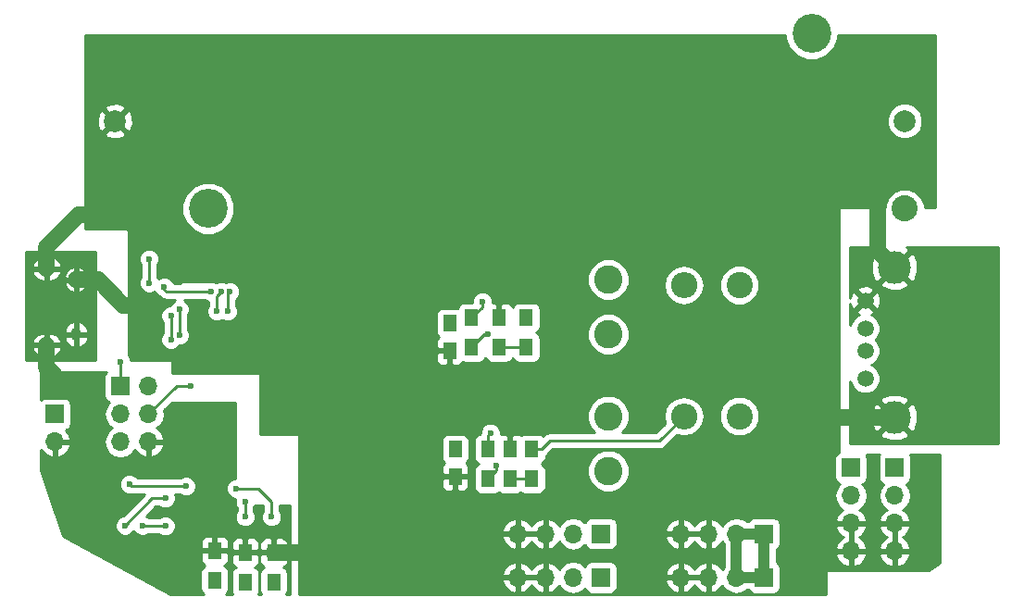
<source format=gbr>
G04 #@! TF.FileFunction,Copper,L2,Bot,Signal*
%FSLAX46Y46*%
G04 Gerber Fmt 4.6, Leading zero omitted, Abs format (unit mm)*
G04 Created by KiCad (PCBNEW 4.0.7) date 11/27/17 19:20:33*
%MOMM*%
%LPD*%
G01*
G04 APERTURE LIST*
%ADD10C,0.100000*%
%ADD11R,1.250000X1.500000*%
%ADD12R,1.700000X1.700000*%
%ADD13O,1.700000X1.700000*%
%ADD14O,0.950000X1.250000*%
%ADD15O,1.550000X1.000000*%
%ADD16C,1.500000*%
%ADD17C,3.000000*%
%ADD18C,2.600000*%
%ADD19C,2.400000*%
%ADD20O,2.400000X2.400000*%
%ADD21R,1.300000X1.500000*%
%ADD22C,2.000000*%
%ADD23C,3.550000*%
%ADD24C,2.390000*%
%ADD25C,0.600000*%
%ADD26C,1.500000*%
%ADD27C,1.000000*%
%ADD28C,0.250000*%
%ADD29C,0.254000*%
G04 APERTURE END LIST*
D10*
D11*
X125500000Y-72500000D03*
X125500000Y-75000000D03*
X126000000Y-84000000D03*
X126000000Y-86500000D03*
D12*
X154250000Y-95750000D03*
D13*
X151710000Y-95750000D03*
X149170000Y-95750000D03*
X146630000Y-95750000D03*
D12*
X89400000Y-80800000D03*
D13*
X89400000Y-83340000D03*
D14*
X91350000Y-68500000D03*
X91350000Y-73500000D03*
D15*
X88650000Y-67500000D03*
X88650000Y-74500000D03*
D16*
X163500000Y-70430000D03*
X163500000Y-72970000D03*
X163500000Y-75000000D03*
X163500000Y-77540000D03*
D17*
X166170000Y-67380000D03*
X166170000Y-81100000D03*
D18*
X140000000Y-73500000D03*
X140000000Y-68500000D03*
X140000000Y-81000000D03*
X140000000Y-86000000D03*
D19*
X152000000Y-69000000D03*
D20*
X146920000Y-69000000D03*
D19*
X152000000Y-81000000D03*
D20*
X146920000Y-81000000D03*
D21*
X130000000Y-74700000D03*
X130000000Y-72000000D03*
X132500000Y-72000000D03*
X132500000Y-74700000D03*
X127500000Y-72000000D03*
X127500000Y-74700000D03*
X129000000Y-84000000D03*
X129000000Y-86700000D03*
X133000000Y-84000000D03*
X133000000Y-86700000D03*
X131000000Y-86700000D03*
X131000000Y-84000000D03*
X104000000Y-96000000D03*
X104000000Y-93300000D03*
X109400000Y-96150000D03*
X109400000Y-93450000D03*
X106800000Y-96150000D03*
X106800000Y-93450000D03*
D22*
X167110000Y-54000000D03*
X94890000Y-54000000D03*
D23*
X158600000Y-46000000D03*
X103400000Y-62000000D03*
D24*
X167110000Y-62000000D03*
D25*
X102250000Y-68000000D03*
X102750000Y-67500000D03*
X102750000Y-68500000D03*
X101750000Y-68500000D03*
X101750000Y-67500000D03*
D12*
X154250000Y-91750000D03*
D13*
X151710000Y-91750000D03*
X149170000Y-91750000D03*
X146630000Y-91750000D03*
D12*
X166200000Y-85720000D03*
D13*
X166200000Y-88260000D03*
X166200000Y-90800000D03*
X166200000Y-93340000D03*
D12*
X162200000Y-85720000D03*
D13*
X162200000Y-88260000D03*
X162200000Y-90800000D03*
X162200000Y-93340000D03*
D12*
X139330000Y-95750000D03*
D13*
X136790000Y-95750000D03*
X134250000Y-95750000D03*
X131710000Y-95750000D03*
D12*
X139330000Y-91750000D03*
D13*
X136790000Y-91750000D03*
X134250000Y-91750000D03*
X131710000Y-91750000D03*
D12*
X95400000Y-78260000D03*
D13*
X97940000Y-78260000D03*
X95400000Y-80800000D03*
X97940000Y-80800000D03*
X95400000Y-83340000D03*
X97940000Y-83340000D03*
D25*
X131000000Y-84000000D03*
X126000000Y-86500000D03*
X123500000Y-84500000D03*
X123500000Y-88750000D03*
X123500000Y-86700000D03*
X157200000Y-86000000D03*
X156200000Y-87000000D03*
X154700000Y-87000000D03*
X158500000Y-84700000D03*
X157200000Y-73000000D03*
X155700000Y-74500000D03*
X156500000Y-73700000D03*
X158500000Y-71700000D03*
X154200000Y-75000000D03*
X126750000Y-96750000D03*
X126750000Y-90750000D03*
X125300000Y-93750000D03*
X124150000Y-93750000D03*
X112250000Y-86400000D03*
X94100000Y-92305000D03*
X106150000Y-75350000D03*
X130000000Y-72000000D03*
X127800000Y-76400000D03*
X123500000Y-74500000D03*
X125500000Y-72500000D03*
X126032950Y-84125010D03*
X104000000Y-96000000D03*
X101800000Y-78200000D03*
X109400000Y-96150000D03*
X106800000Y-96150000D03*
X95400000Y-76000000D03*
X98000000Y-68800000D03*
X98000000Y-66600000D03*
X99500000Y-91035000D03*
X97400000Y-91000000D03*
X99500000Y-88495000D03*
X95800000Y-91000000D03*
X96200000Y-87200000D03*
X101400000Y-87400000D03*
X99400000Y-69200000D03*
X103650000Y-69600000D03*
X129000000Y-73500000D03*
X129750000Y-85500000D03*
X130000000Y-74700000D03*
X128500000Y-70500000D03*
X129215550Y-82534450D03*
X131000000Y-86700000D03*
X105400000Y-69600000D03*
X105200000Y-71400000D03*
X104600000Y-69600000D03*
X104200000Y-71400000D03*
X106000000Y-87599988D03*
X100000000Y-74000000D03*
X100000000Y-71800000D03*
X109200000Y-90200000D03*
X100800000Y-73600000D03*
X100800000Y-71200000D03*
X106800000Y-88800000D03*
X106800000Y-90200000D03*
D26*
X163998680Y-81150000D02*
X159150000Y-81150000D01*
X166170000Y-81100000D02*
X164048680Y-81100000D01*
X164048680Y-81100000D02*
X163998680Y-81150000D01*
X166170000Y-67380000D02*
X164670001Y-65880001D01*
X164670001Y-65880001D02*
X164670001Y-59229999D01*
X111550000Y-93450000D02*
X112850000Y-93450000D01*
X109400000Y-93450000D02*
X111550000Y-93450000D01*
X91600000Y-62550000D02*
X93900000Y-62550000D01*
X88650000Y-67500000D02*
X88650000Y-65500000D01*
X88650000Y-65500000D02*
X91600000Y-62550000D01*
X95675000Y-70850000D02*
X97200000Y-70850000D01*
X91350000Y-68500000D02*
X93325000Y-68500000D01*
X93325000Y-68500000D02*
X95675000Y-70850000D01*
X89300000Y-77150000D02*
X89300000Y-78000000D01*
X88650000Y-74500000D02*
X88650000Y-76500000D01*
X88650000Y-76500000D02*
X89300000Y-77150000D01*
D27*
X154250000Y-95750000D02*
X154250000Y-91750000D01*
X151710000Y-95750000D02*
X154250000Y-95750000D01*
X151710000Y-91750000D02*
X151710000Y-95750000D01*
X154250000Y-91750000D02*
X151710000Y-91750000D01*
D28*
X101800000Y-78200000D02*
X100540000Y-78200000D01*
X100540000Y-78200000D02*
X97940000Y-80800000D01*
X95400000Y-76000000D02*
X95400000Y-78260000D01*
X98000000Y-66600000D02*
X98000000Y-68800000D01*
X97400000Y-91000000D02*
X99465000Y-91000000D01*
X99465000Y-91000000D02*
X99500000Y-91035000D01*
X95800000Y-91000000D02*
X98305000Y-88495000D01*
X98305000Y-88495000D02*
X99500000Y-88495000D01*
X101400000Y-87400000D02*
X96400000Y-87400000D01*
X96400000Y-87400000D02*
X96200000Y-87200000D01*
X99400000Y-69400000D02*
X99400000Y-69200000D01*
X99600000Y-69600000D02*
X99400000Y-69400000D01*
X103650000Y-69600000D02*
X99600000Y-69600000D01*
X129000000Y-73500000D02*
X128700000Y-73500000D01*
X128700000Y-73500000D02*
X127500000Y-74700000D01*
X129750000Y-85500000D02*
X129750000Y-85950000D01*
X129750000Y-85950000D02*
X129000000Y-86700000D01*
X130000000Y-74700000D02*
X132500000Y-74700000D01*
X128500000Y-70500000D02*
X128500000Y-71000000D01*
X128500000Y-71000000D02*
X127500000Y-72000000D01*
X129000000Y-82750000D02*
X129215550Y-82534450D01*
X129000000Y-84000000D02*
X129000000Y-82750000D01*
X131000000Y-86700000D02*
X133000000Y-86700000D01*
X105200000Y-71400000D02*
X105200000Y-69800000D01*
X105200000Y-69800000D02*
X105400000Y-69600000D01*
X104200000Y-71400000D02*
X104200000Y-70000000D01*
X104200000Y-70000000D02*
X104600000Y-69600000D01*
X134650000Y-83250000D02*
X144670000Y-83250000D01*
X144670000Y-83250000D02*
X146920000Y-81000000D01*
X133000000Y-84000000D02*
X133900000Y-84000000D01*
X133900000Y-84000000D02*
X134650000Y-83250000D01*
X106424264Y-87599988D02*
X106000000Y-87599988D01*
X109200000Y-88800000D02*
X107999988Y-87599988D01*
X107999988Y-87599988D02*
X106424264Y-87599988D01*
X109200000Y-90200000D02*
X109200000Y-88800000D01*
X100000000Y-71800000D02*
X100000000Y-74000000D01*
X100800000Y-71200000D02*
X100800000Y-73600000D01*
X106800000Y-90200000D02*
X106800000Y-88800000D01*
D29*
G36*
X164995418Y-65547261D02*
X164835635Y-65866030D01*
X166170000Y-67200395D01*
X167504365Y-65866030D01*
X167344582Y-65547261D01*
X167292896Y-65527000D01*
X175673000Y-65527000D01*
X175673000Y-83473000D01*
X162127000Y-83473000D01*
X162127000Y-82613970D01*
X164835635Y-82613970D01*
X164995418Y-82932739D01*
X165786187Y-83242723D01*
X166635387Y-83226497D01*
X167344582Y-82932739D01*
X167504365Y-82613970D01*
X166170000Y-81279605D01*
X164835635Y-82613970D01*
X162127000Y-82613970D01*
X162127000Y-80716187D01*
X164027277Y-80716187D01*
X164043503Y-81565387D01*
X164337261Y-82274582D01*
X164656030Y-82434365D01*
X165990395Y-81100000D01*
X166349605Y-81100000D01*
X167683970Y-82434365D01*
X168002739Y-82274582D01*
X168312723Y-81483813D01*
X168296497Y-80634613D01*
X168002739Y-79925418D01*
X167683970Y-79765635D01*
X166349605Y-81100000D01*
X165990395Y-81100000D01*
X164656030Y-79765635D01*
X164337261Y-79925418D01*
X164027277Y-80716187D01*
X162127000Y-80716187D01*
X162127000Y-79586030D01*
X164835635Y-79586030D01*
X166170000Y-80920395D01*
X167504365Y-79586030D01*
X167344582Y-79267261D01*
X166553813Y-78957277D01*
X165704613Y-78973503D01*
X164995418Y-79267261D01*
X164835635Y-79586030D01*
X162127000Y-79586030D01*
X162127000Y-77843908D01*
X162325169Y-78323515D01*
X162714436Y-78713461D01*
X163223298Y-78924759D01*
X163774285Y-78925240D01*
X164283515Y-78714831D01*
X164673461Y-78325564D01*
X164884759Y-77816702D01*
X164885240Y-77265715D01*
X164674831Y-76756485D01*
X164285564Y-76366539D01*
X164053130Y-76270024D01*
X164283515Y-76174831D01*
X164673461Y-75785564D01*
X164884759Y-75276702D01*
X164885240Y-74725715D01*
X164674831Y-74216485D01*
X164443687Y-73984938D01*
X164673461Y-73755564D01*
X164884759Y-73246702D01*
X164885240Y-72695715D01*
X164674831Y-72186485D01*
X164285564Y-71796539D01*
X164069021Y-71706623D01*
X164223923Y-71642460D01*
X164291912Y-71401517D01*
X163500000Y-70609605D01*
X162708088Y-71401517D01*
X162776077Y-71642460D01*
X162942621Y-71701732D01*
X162716485Y-71795169D01*
X162326539Y-72184436D01*
X162127000Y-72664979D01*
X162127000Y-70701280D01*
X162130770Y-70775448D01*
X162287540Y-71153923D01*
X162528483Y-71221912D01*
X163320395Y-70430000D01*
X163679605Y-70430000D01*
X164471517Y-71221912D01*
X164712460Y-71153923D01*
X164897201Y-70634829D01*
X164869230Y-70084552D01*
X164712460Y-69706077D01*
X164471517Y-69638088D01*
X163679605Y-70430000D01*
X163320395Y-70430000D01*
X162528483Y-69638088D01*
X162287540Y-69706077D01*
X162127000Y-70157170D01*
X162127000Y-69458483D01*
X162708088Y-69458483D01*
X163500000Y-70250395D01*
X164291912Y-69458483D01*
X164223923Y-69217540D01*
X163704829Y-69032799D01*
X163154552Y-69060770D01*
X162776077Y-69217540D01*
X162708088Y-69458483D01*
X162127000Y-69458483D01*
X162127000Y-68893970D01*
X164835635Y-68893970D01*
X164995418Y-69212739D01*
X165786187Y-69522723D01*
X166635387Y-69506497D01*
X167344582Y-69212739D01*
X167504365Y-68893970D01*
X166170000Y-67559605D01*
X164835635Y-68893970D01*
X162127000Y-68893970D01*
X162127000Y-66996187D01*
X164027277Y-66996187D01*
X164043503Y-67845387D01*
X164337261Y-68554582D01*
X164656030Y-68714365D01*
X165990395Y-67380000D01*
X166349605Y-67380000D01*
X167683970Y-68714365D01*
X168002739Y-68554582D01*
X168312723Y-67763813D01*
X168296497Y-66914613D01*
X168002739Y-66205418D01*
X167683970Y-66045635D01*
X166349605Y-67380000D01*
X165990395Y-67380000D01*
X164656030Y-66045635D01*
X164337261Y-66205418D01*
X164027277Y-66996187D01*
X162127000Y-66996187D01*
X162127000Y-65527000D01*
X165044332Y-65527000D01*
X164995418Y-65547261D01*
X164995418Y-65547261D01*
G37*
X164995418Y-65547261D02*
X164835635Y-65866030D01*
X166170000Y-67200395D01*
X167504365Y-65866030D01*
X167344582Y-65547261D01*
X167292896Y-65527000D01*
X175673000Y-65527000D01*
X175673000Y-83473000D01*
X162127000Y-83473000D01*
X162127000Y-82613970D01*
X164835635Y-82613970D01*
X164995418Y-82932739D01*
X165786187Y-83242723D01*
X166635387Y-83226497D01*
X167344582Y-82932739D01*
X167504365Y-82613970D01*
X166170000Y-81279605D01*
X164835635Y-82613970D01*
X162127000Y-82613970D01*
X162127000Y-80716187D01*
X164027277Y-80716187D01*
X164043503Y-81565387D01*
X164337261Y-82274582D01*
X164656030Y-82434365D01*
X165990395Y-81100000D01*
X166349605Y-81100000D01*
X167683970Y-82434365D01*
X168002739Y-82274582D01*
X168312723Y-81483813D01*
X168296497Y-80634613D01*
X168002739Y-79925418D01*
X167683970Y-79765635D01*
X166349605Y-81100000D01*
X165990395Y-81100000D01*
X164656030Y-79765635D01*
X164337261Y-79925418D01*
X164027277Y-80716187D01*
X162127000Y-80716187D01*
X162127000Y-79586030D01*
X164835635Y-79586030D01*
X166170000Y-80920395D01*
X167504365Y-79586030D01*
X167344582Y-79267261D01*
X166553813Y-78957277D01*
X165704613Y-78973503D01*
X164995418Y-79267261D01*
X164835635Y-79586030D01*
X162127000Y-79586030D01*
X162127000Y-77843908D01*
X162325169Y-78323515D01*
X162714436Y-78713461D01*
X163223298Y-78924759D01*
X163774285Y-78925240D01*
X164283515Y-78714831D01*
X164673461Y-78325564D01*
X164884759Y-77816702D01*
X164885240Y-77265715D01*
X164674831Y-76756485D01*
X164285564Y-76366539D01*
X164053130Y-76270024D01*
X164283515Y-76174831D01*
X164673461Y-75785564D01*
X164884759Y-75276702D01*
X164885240Y-74725715D01*
X164674831Y-74216485D01*
X164443687Y-73984938D01*
X164673461Y-73755564D01*
X164884759Y-73246702D01*
X164885240Y-72695715D01*
X164674831Y-72186485D01*
X164285564Y-71796539D01*
X164069021Y-71706623D01*
X164223923Y-71642460D01*
X164291912Y-71401517D01*
X163500000Y-70609605D01*
X162708088Y-71401517D01*
X162776077Y-71642460D01*
X162942621Y-71701732D01*
X162716485Y-71795169D01*
X162326539Y-72184436D01*
X162127000Y-72664979D01*
X162127000Y-70701280D01*
X162130770Y-70775448D01*
X162287540Y-71153923D01*
X162528483Y-71221912D01*
X163320395Y-70430000D01*
X163679605Y-70430000D01*
X164471517Y-71221912D01*
X164712460Y-71153923D01*
X164897201Y-70634829D01*
X164869230Y-70084552D01*
X164712460Y-69706077D01*
X164471517Y-69638088D01*
X163679605Y-70430000D01*
X163320395Y-70430000D01*
X162528483Y-69638088D01*
X162287540Y-69706077D01*
X162127000Y-70157170D01*
X162127000Y-69458483D01*
X162708088Y-69458483D01*
X163500000Y-70250395D01*
X164291912Y-69458483D01*
X164223923Y-69217540D01*
X163704829Y-69032799D01*
X163154552Y-69060770D01*
X162776077Y-69217540D01*
X162708088Y-69458483D01*
X162127000Y-69458483D01*
X162127000Y-68893970D01*
X164835635Y-68893970D01*
X164995418Y-69212739D01*
X165786187Y-69522723D01*
X166635387Y-69506497D01*
X167344582Y-69212739D01*
X167504365Y-68893970D01*
X166170000Y-67559605D01*
X164835635Y-68893970D01*
X162127000Y-68893970D01*
X162127000Y-66996187D01*
X164027277Y-66996187D01*
X164043503Y-67845387D01*
X164337261Y-68554582D01*
X164656030Y-68714365D01*
X165990395Y-67380000D01*
X166349605Y-67380000D01*
X167683970Y-68714365D01*
X168002739Y-68554582D01*
X168312723Y-67763813D01*
X168296497Y-66914613D01*
X168002739Y-66205418D01*
X167683970Y-66045635D01*
X166349605Y-67380000D01*
X165990395Y-67380000D01*
X164656030Y-66045635D01*
X164337261Y-66205418D01*
X164027277Y-66996187D01*
X162127000Y-66996187D01*
X162127000Y-65527000D01*
X165044332Y-65527000D01*
X164995418Y-65547261D01*
G36*
X93073000Y-75873000D02*
X86735000Y-75873000D01*
X86735000Y-74801874D01*
X87280881Y-74801874D01*
X87482632Y-75212763D01*
X87823322Y-75500002D01*
X88248000Y-75635000D01*
X88523000Y-75635000D01*
X88523000Y-74627000D01*
X88777000Y-74627000D01*
X88777000Y-75635000D01*
X89052000Y-75635000D01*
X89476678Y-75500002D01*
X89817368Y-75212763D01*
X90019119Y-74801874D01*
X89892954Y-74627000D01*
X88777000Y-74627000D01*
X88523000Y-74627000D01*
X87407046Y-74627000D01*
X87280881Y-74801874D01*
X86735000Y-74801874D01*
X86735000Y-74198126D01*
X87280881Y-74198126D01*
X87407046Y-74373000D01*
X88523000Y-74373000D01*
X88523000Y-73365000D01*
X88777000Y-73365000D01*
X88777000Y-74373000D01*
X89892954Y-74373000D01*
X90019119Y-74198126D01*
X89824191Y-73801131D01*
X90248771Y-73801131D01*
X90390432Y-74211049D01*
X90678179Y-74535552D01*
X91052062Y-74719268D01*
X91223000Y-74592734D01*
X91223000Y-73627000D01*
X91477000Y-73627000D01*
X91477000Y-74592734D01*
X91647938Y-74719268D01*
X92021821Y-74535552D01*
X92309568Y-74211049D01*
X92451229Y-73801131D01*
X92302563Y-73627000D01*
X91477000Y-73627000D01*
X91223000Y-73627000D01*
X90397437Y-73627000D01*
X90248771Y-73801131D01*
X89824191Y-73801131D01*
X89817368Y-73787237D01*
X89476678Y-73499998D01*
X89052000Y-73365000D01*
X88777000Y-73365000D01*
X88523000Y-73365000D01*
X88248000Y-73365000D01*
X87823322Y-73499998D01*
X87482632Y-73787237D01*
X87280881Y-74198126D01*
X86735000Y-74198126D01*
X86735000Y-73198869D01*
X90248771Y-73198869D01*
X90397437Y-73373000D01*
X91223000Y-73373000D01*
X91223000Y-72407266D01*
X91477000Y-72407266D01*
X91477000Y-73373000D01*
X92302563Y-73373000D01*
X92451229Y-73198869D01*
X92309568Y-72788951D01*
X92021821Y-72464448D01*
X91647938Y-72280732D01*
X91477000Y-72407266D01*
X91223000Y-72407266D01*
X91052062Y-72280732D01*
X90678179Y-72464448D01*
X90390432Y-72788951D01*
X90248771Y-73198869D01*
X86735000Y-73198869D01*
X86735000Y-68801131D01*
X90248771Y-68801131D01*
X90390432Y-69211049D01*
X90678179Y-69535552D01*
X91052062Y-69719268D01*
X91223000Y-69592734D01*
X91223000Y-68627000D01*
X91477000Y-68627000D01*
X91477000Y-69592734D01*
X91647938Y-69719268D01*
X92021821Y-69535552D01*
X92309568Y-69211049D01*
X92451229Y-68801131D01*
X92302563Y-68627000D01*
X91477000Y-68627000D01*
X91223000Y-68627000D01*
X90397437Y-68627000D01*
X90248771Y-68801131D01*
X86735000Y-68801131D01*
X86735000Y-67801874D01*
X87280881Y-67801874D01*
X87482632Y-68212763D01*
X87823322Y-68500002D01*
X88248000Y-68635000D01*
X88523000Y-68635000D01*
X88523000Y-67627000D01*
X88777000Y-67627000D01*
X88777000Y-68635000D01*
X89052000Y-68635000D01*
X89476678Y-68500002D01*
X89817368Y-68212763D01*
X89824190Y-68198869D01*
X90248771Y-68198869D01*
X90397437Y-68373000D01*
X91223000Y-68373000D01*
X91223000Y-67407266D01*
X91477000Y-67407266D01*
X91477000Y-68373000D01*
X92302563Y-68373000D01*
X92451229Y-68198869D01*
X92309568Y-67788951D01*
X92021821Y-67464448D01*
X91647938Y-67280732D01*
X91477000Y-67407266D01*
X91223000Y-67407266D01*
X91052062Y-67280732D01*
X90678179Y-67464448D01*
X90390432Y-67788951D01*
X90248771Y-68198869D01*
X89824190Y-68198869D01*
X90019119Y-67801874D01*
X89892954Y-67627000D01*
X88777000Y-67627000D01*
X88523000Y-67627000D01*
X87407046Y-67627000D01*
X87280881Y-67801874D01*
X86735000Y-67801874D01*
X86735000Y-67198126D01*
X87280881Y-67198126D01*
X87407046Y-67373000D01*
X88523000Y-67373000D01*
X88523000Y-66365000D01*
X88777000Y-66365000D01*
X88777000Y-67373000D01*
X89892954Y-67373000D01*
X90019119Y-67198126D01*
X89817368Y-66787237D01*
X89476678Y-66499998D01*
X89052000Y-66365000D01*
X88777000Y-66365000D01*
X88523000Y-66365000D01*
X88248000Y-66365000D01*
X87823322Y-66499998D01*
X87482632Y-66787237D01*
X87280881Y-67198126D01*
X86735000Y-67198126D01*
X86735000Y-65927000D01*
X93073000Y-65927000D01*
X93073000Y-75873000D01*
X93073000Y-75873000D01*
G37*
X93073000Y-75873000D02*
X86735000Y-75873000D01*
X86735000Y-74801874D01*
X87280881Y-74801874D01*
X87482632Y-75212763D01*
X87823322Y-75500002D01*
X88248000Y-75635000D01*
X88523000Y-75635000D01*
X88523000Y-74627000D01*
X88777000Y-74627000D01*
X88777000Y-75635000D01*
X89052000Y-75635000D01*
X89476678Y-75500002D01*
X89817368Y-75212763D01*
X90019119Y-74801874D01*
X89892954Y-74627000D01*
X88777000Y-74627000D01*
X88523000Y-74627000D01*
X87407046Y-74627000D01*
X87280881Y-74801874D01*
X86735000Y-74801874D01*
X86735000Y-74198126D01*
X87280881Y-74198126D01*
X87407046Y-74373000D01*
X88523000Y-74373000D01*
X88523000Y-73365000D01*
X88777000Y-73365000D01*
X88777000Y-74373000D01*
X89892954Y-74373000D01*
X90019119Y-74198126D01*
X89824191Y-73801131D01*
X90248771Y-73801131D01*
X90390432Y-74211049D01*
X90678179Y-74535552D01*
X91052062Y-74719268D01*
X91223000Y-74592734D01*
X91223000Y-73627000D01*
X91477000Y-73627000D01*
X91477000Y-74592734D01*
X91647938Y-74719268D01*
X92021821Y-74535552D01*
X92309568Y-74211049D01*
X92451229Y-73801131D01*
X92302563Y-73627000D01*
X91477000Y-73627000D01*
X91223000Y-73627000D01*
X90397437Y-73627000D01*
X90248771Y-73801131D01*
X89824191Y-73801131D01*
X89817368Y-73787237D01*
X89476678Y-73499998D01*
X89052000Y-73365000D01*
X88777000Y-73365000D01*
X88523000Y-73365000D01*
X88248000Y-73365000D01*
X87823322Y-73499998D01*
X87482632Y-73787237D01*
X87280881Y-74198126D01*
X86735000Y-74198126D01*
X86735000Y-73198869D01*
X90248771Y-73198869D01*
X90397437Y-73373000D01*
X91223000Y-73373000D01*
X91223000Y-72407266D01*
X91477000Y-72407266D01*
X91477000Y-73373000D01*
X92302563Y-73373000D01*
X92451229Y-73198869D01*
X92309568Y-72788951D01*
X92021821Y-72464448D01*
X91647938Y-72280732D01*
X91477000Y-72407266D01*
X91223000Y-72407266D01*
X91052062Y-72280732D01*
X90678179Y-72464448D01*
X90390432Y-72788951D01*
X90248771Y-73198869D01*
X86735000Y-73198869D01*
X86735000Y-68801131D01*
X90248771Y-68801131D01*
X90390432Y-69211049D01*
X90678179Y-69535552D01*
X91052062Y-69719268D01*
X91223000Y-69592734D01*
X91223000Y-68627000D01*
X91477000Y-68627000D01*
X91477000Y-69592734D01*
X91647938Y-69719268D01*
X92021821Y-69535552D01*
X92309568Y-69211049D01*
X92451229Y-68801131D01*
X92302563Y-68627000D01*
X91477000Y-68627000D01*
X91223000Y-68627000D01*
X90397437Y-68627000D01*
X90248771Y-68801131D01*
X86735000Y-68801131D01*
X86735000Y-67801874D01*
X87280881Y-67801874D01*
X87482632Y-68212763D01*
X87823322Y-68500002D01*
X88248000Y-68635000D01*
X88523000Y-68635000D01*
X88523000Y-67627000D01*
X88777000Y-67627000D01*
X88777000Y-68635000D01*
X89052000Y-68635000D01*
X89476678Y-68500002D01*
X89817368Y-68212763D01*
X89824190Y-68198869D01*
X90248771Y-68198869D01*
X90397437Y-68373000D01*
X91223000Y-68373000D01*
X91223000Y-67407266D01*
X91477000Y-67407266D01*
X91477000Y-68373000D01*
X92302563Y-68373000D01*
X92451229Y-68198869D01*
X92309568Y-67788951D01*
X92021821Y-67464448D01*
X91647938Y-67280732D01*
X91477000Y-67407266D01*
X91223000Y-67407266D01*
X91052062Y-67280732D01*
X90678179Y-67464448D01*
X90390432Y-67788951D01*
X90248771Y-68198869D01*
X89824190Y-68198869D01*
X90019119Y-67801874D01*
X89892954Y-67627000D01*
X88777000Y-67627000D01*
X88523000Y-67627000D01*
X87407046Y-67627000D01*
X87280881Y-67801874D01*
X86735000Y-67801874D01*
X86735000Y-67198126D01*
X87280881Y-67198126D01*
X87407046Y-67373000D01*
X88523000Y-67373000D01*
X88523000Y-66365000D01*
X88777000Y-66365000D01*
X88777000Y-67373000D01*
X89892954Y-67373000D01*
X90019119Y-67198126D01*
X89817368Y-66787237D01*
X89476678Y-66499998D01*
X89052000Y-66365000D01*
X88777000Y-66365000D01*
X88523000Y-66365000D01*
X88248000Y-66365000D01*
X87823322Y-66499998D01*
X87482632Y-66787237D01*
X87280881Y-67198126D01*
X86735000Y-67198126D01*
X86735000Y-65927000D01*
X93073000Y-65927000D01*
X93073000Y-75873000D01*
G36*
X156189582Y-46477276D02*
X156555710Y-47363372D01*
X157233062Y-48041908D01*
X158118518Y-48409581D01*
X159077276Y-48410418D01*
X159963372Y-48044290D01*
X160641908Y-47366938D01*
X161009581Y-46481482D01*
X161009890Y-46127000D01*
X169873000Y-46127000D01*
X169873000Y-61873000D01*
X168940112Y-61873000D01*
X168940317Y-61637587D01*
X168662303Y-60964742D01*
X168147965Y-60449506D01*
X167475607Y-60170318D01*
X166747587Y-60169683D01*
X166074742Y-60447697D01*
X165559506Y-60962035D01*
X165280318Y-61634393D01*
X165280110Y-61873000D01*
X161200000Y-61873000D01*
X161150590Y-61883006D01*
X161108965Y-61911447D01*
X161081685Y-61953841D01*
X161073000Y-62000000D01*
X161073000Y-84293660D01*
X160898559Y-84405910D01*
X160753569Y-84618110D01*
X160702560Y-84870000D01*
X160702560Y-86570000D01*
X160746838Y-86805317D01*
X160885910Y-87021441D01*
X161098110Y-87166431D01*
X161165541Y-87180086D01*
X161120853Y-87209946D01*
X160798946Y-87691715D01*
X160685907Y-88260000D01*
X160798946Y-88828285D01*
X161120853Y-89310054D01*
X161461553Y-89537702D01*
X161318642Y-89604817D01*
X160928355Y-90033076D01*
X160758524Y-90443110D01*
X160879845Y-90673000D01*
X162073000Y-90673000D01*
X162073000Y-90653000D01*
X162327000Y-90653000D01*
X162327000Y-90673000D01*
X163520155Y-90673000D01*
X163641476Y-90443110D01*
X163471645Y-90033076D01*
X163081358Y-89604817D01*
X162938447Y-89537702D01*
X163279147Y-89310054D01*
X163601054Y-88828285D01*
X163714093Y-88260000D01*
X163601054Y-87691715D01*
X163279147Y-87209946D01*
X163237548Y-87182150D01*
X163285317Y-87173162D01*
X163501441Y-87034090D01*
X163646431Y-86821890D01*
X163697440Y-86570000D01*
X163697440Y-84870000D01*
X163653162Y-84634683D01*
X163583870Y-84527000D01*
X164815822Y-84527000D01*
X164753569Y-84618110D01*
X164702560Y-84870000D01*
X164702560Y-86570000D01*
X164746838Y-86805317D01*
X164885910Y-87021441D01*
X165098110Y-87166431D01*
X165165541Y-87180086D01*
X165120853Y-87209946D01*
X164798946Y-87691715D01*
X164685907Y-88260000D01*
X164798946Y-88828285D01*
X165120853Y-89310054D01*
X165461553Y-89537702D01*
X165318642Y-89604817D01*
X164928355Y-90033076D01*
X164758524Y-90443110D01*
X164879845Y-90673000D01*
X166073000Y-90673000D01*
X166073000Y-90653000D01*
X166327000Y-90653000D01*
X166327000Y-90673000D01*
X167520155Y-90673000D01*
X167641476Y-90443110D01*
X167471645Y-90033076D01*
X167081358Y-89604817D01*
X166938447Y-89537702D01*
X167279147Y-89310054D01*
X167601054Y-88828285D01*
X167714093Y-88260000D01*
X167601054Y-87691715D01*
X167279147Y-87209946D01*
X167237548Y-87182150D01*
X167285317Y-87173162D01*
X167501441Y-87034090D01*
X167646431Y-86821890D01*
X167697440Y-86570000D01*
X167697440Y-84870000D01*
X167653162Y-84634683D01*
X167583870Y-84527000D01*
X170273000Y-84527000D01*
X170273000Y-94436397D01*
X169320256Y-95073000D01*
X160000000Y-95073000D01*
X159950590Y-95083006D01*
X159908965Y-95111447D01*
X159881685Y-95153841D01*
X159873000Y-95200000D01*
X159873000Y-97265000D01*
X111727000Y-97265000D01*
X111727000Y-96106892D01*
X130268514Y-96106892D01*
X130514817Y-96631358D01*
X130943076Y-97021645D01*
X131353110Y-97191476D01*
X131583000Y-97070155D01*
X131583000Y-95877000D01*
X131837000Y-95877000D01*
X131837000Y-97070155D01*
X132066890Y-97191476D01*
X132476924Y-97021645D01*
X132905183Y-96631358D01*
X132980000Y-96472046D01*
X133054817Y-96631358D01*
X133483076Y-97021645D01*
X133893110Y-97191476D01*
X134123000Y-97070155D01*
X134123000Y-95877000D01*
X131837000Y-95877000D01*
X131583000Y-95877000D01*
X130389181Y-95877000D01*
X130268514Y-96106892D01*
X111727000Y-96106892D01*
X111727000Y-95393108D01*
X130268514Y-95393108D01*
X130389181Y-95623000D01*
X131583000Y-95623000D01*
X131583000Y-94429845D01*
X131837000Y-94429845D01*
X131837000Y-95623000D01*
X134123000Y-95623000D01*
X134123000Y-94429845D01*
X134377000Y-94429845D01*
X134377000Y-95623000D01*
X134397000Y-95623000D01*
X134397000Y-95877000D01*
X134377000Y-95877000D01*
X134377000Y-97070155D01*
X134606890Y-97191476D01*
X135016924Y-97021645D01*
X135445183Y-96631358D01*
X135512298Y-96488447D01*
X135739946Y-96829147D01*
X136221715Y-97151054D01*
X136790000Y-97264093D01*
X137358285Y-97151054D01*
X137840054Y-96829147D01*
X137867850Y-96787548D01*
X137876838Y-96835317D01*
X138015910Y-97051441D01*
X138228110Y-97196431D01*
X138480000Y-97247440D01*
X140180000Y-97247440D01*
X140415317Y-97203162D01*
X140631441Y-97064090D01*
X140776431Y-96851890D01*
X140827440Y-96600000D01*
X140827440Y-96106892D01*
X145188514Y-96106892D01*
X145434817Y-96631358D01*
X145863076Y-97021645D01*
X146273110Y-97191476D01*
X146503000Y-97070155D01*
X146503000Y-95877000D01*
X146757000Y-95877000D01*
X146757000Y-97070155D01*
X146986890Y-97191476D01*
X147396924Y-97021645D01*
X147825183Y-96631358D01*
X147900000Y-96472046D01*
X147974817Y-96631358D01*
X148403076Y-97021645D01*
X148813110Y-97191476D01*
X149043000Y-97070155D01*
X149043000Y-95877000D01*
X146757000Y-95877000D01*
X146503000Y-95877000D01*
X145309181Y-95877000D01*
X145188514Y-96106892D01*
X140827440Y-96106892D01*
X140827440Y-95393108D01*
X145188514Y-95393108D01*
X145309181Y-95623000D01*
X146503000Y-95623000D01*
X146503000Y-94429845D01*
X146757000Y-94429845D01*
X146757000Y-95623000D01*
X149043000Y-95623000D01*
X149043000Y-94429845D01*
X148813110Y-94308524D01*
X148403076Y-94478355D01*
X147974817Y-94868642D01*
X147900000Y-95027954D01*
X147825183Y-94868642D01*
X147396924Y-94478355D01*
X146986890Y-94308524D01*
X146757000Y-94429845D01*
X146503000Y-94429845D01*
X146273110Y-94308524D01*
X145863076Y-94478355D01*
X145434817Y-94868642D01*
X145188514Y-95393108D01*
X140827440Y-95393108D01*
X140827440Y-94900000D01*
X140783162Y-94664683D01*
X140644090Y-94448559D01*
X140431890Y-94303569D01*
X140180000Y-94252560D01*
X138480000Y-94252560D01*
X138244683Y-94296838D01*
X138028559Y-94435910D01*
X137883569Y-94648110D01*
X137869914Y-94715541D01*
X137840054Y-94670853D01*
X137358285Y-94348946D01*
X136790000Y-94235907D01*
X136221715Y-94348946D01*
X135739946Y-94670853D01*
X135512298Y-95011553D01*
X135445183Y-94868642D01*
X135016924Y-94478355D01*
X134606890Y-94308524D01*
X134377000Y-94429845D01*
X134123000Y-94429845D01*
X133893110Y-94308524D01*
X133483076Y-94478355D01*
X133054817Y-94868642D01*
X132980000Y-95027954D01*
X132905183Y-94868642D01*
X132476924Y-94478355D01*
X132066890Y-94308524D01*
X131837000Y-94429845D01*
X131583000Y-94429845D01*
X131353110Y-94308524D01*
X130943076Y-94478355D01*
X130514817Y-94868642D01*
X130268514Y-95393108D01*
X111727000Y-95393108D01*
X111727000Y-92106892D01*
X130268514Y-92106892D01*
X130514817Y-92631358D01*
X130943076Y-93021645D01*
X131353110Y-93191476D01*
X131583000Y-93070155D01*
X131583000Y-91877000D01*
X131837000Y-91877000D01*
X131837000Y-93070155D01*
X132066890Y-93191476D01*
X132476924Y-93021645D01*
X132905183Y-92631358D01*
X132980000Y-92472046D01*
X133054817Y-92631358D01*
X133483076Y-93021645D01*
X133893110Y-93191476D01*
X134123000Y-93070155D01*
X134123000Y-91877000D01*
X131837000Y-91877000D01*
X131583000Y-91877000D01*
X130389181Y-91877000D01*
X130268514Y-92106892D01*
X111727000Y-92106892D01*
X111727000Y-91393108D01*
X130268514Y-91393108D01*
X130389181Y-91623000D01*
X131583000Y-91623000D01*
X131583000Y-90429845D01*
X131837000Y-90429845D01*
X131837000Y-91623000D01*
X134123000Y-91623000D01*
X134123000Y-90429845D01*
X134377000Y-90429845D01*
X134377000Y-91623000D01*
X134397000Y-91623000D01*
X134397000Y-91877000D01*
X134377000Y-91877000D01*
X134377000Y-93070155D01*
X134606890Y-93191476D01*
X135016924Y-93021645D01*
X135445183Y-92631358D01*
X135512298Y-92488447D01*
X135739946Y-92829147D01*
X136221715Y-93151054D01*
X136790000Y-93264093D01*
X137358285Y-93151054D01*
X137840054Y-92829147D01*
X137867850Y-92787548D01*
X137876838Y-92835317D01*
X138015910Y-93051441D01*
X138228110Y-93196431D01*
X138480000Y-93247440D01*
X140180000Y-93247440D01*
X140415317Y-93203162D01*
X140631441Y-93064090D01*
X140776431Y-92851890D01*
X140827440Y-92600000D01*
X140827440Y-92106892D01*
X145188514Y-92106892D01*
X145434817Y-92631358D01*
X145863076Y-93021645D01*
X146273110Y-93191476D01*
X146503000Y-93070155D01*
X146503000Y-91877000D01*
X146757000Y-91877000D01*
X146757000Y-93070155D01*
X146986890Y-93191476D01*
X147396924Y-93021645D01*
X147825183Y-92631358D01*
X147900000Y-92472046D01*
X147974817Y-92631358D01*
X148403076Y-93021645D01*
X148813110Y-93191476D01*
X149043000Y-93070155D01*
X149043000Y-91877000D01*
X146757000Y-91877000D01*
X146503000Y-91877000D01*
X145309181Y-91877000D01*
X145188514Y-92106892D01*
X140827440Y-92106892D01*
X140827440Y-91393108D01*
X145188514Y-91393108D01*
X145309181Y-91623000D01*
X146503000Y-91623000D01*
X146503000Y-90429845D01*
X146757000Y-90429845D01*
X146757000Y-91623000D01*
X149043000Y-91623000D01*
X149043000Y-90429845D01*
X149297000Y-90429845D01*
X149297000Y-91623000D01*
X149317000Y-91623000D01*
X149317000Y-91877000D01*
X149297000Y-91877000D01*
X149297000Y-93070155D01*
X149526890Y-93191476D01*
X149936924Y-93021645D01*
X150365183Y-92631358D01*
X150432298Y-92488447D01*
X150575000Y-92702016D01*
X150575000Y-94797984D01*
X150432298Y-95011553D01*
X150365183Y-94868642D01*
X149936924Y-94478355D01*
X149526890Y-94308524D01*
X149297000Y-94429845D01*
X149297000Y-95623000D01*
X149317000Y-95623000D01*
X149317000Y-95877000D01*
X149297000Y-95877000D01*
X149297000Y-97070155D01*
X149526890Y-97191476D01*
X149936924Y-97021645D01*
X150365183Y-96631358D01*
X150432298Y-96488447D01*
X150659946Y-96829147D01*
X151141715Y-97151054D01*
X151710000Y-97264093D01*
X152278285Y-97151054D01*
X152676464Y-96885000D01*
X152828808Y-96885000D01*
X152935910Y-97051441D01*
X153148110Y-97196431D01*
X153400000Y-97247440D01*
X155100000Y-97247440D01*
X155335317Y-97203162D01*
X155551441Y-97064090D01*
X155696431Y-96851890D01*
X155747440Y-96600000D01*
X155747440Y-94900000D01*
X155703162Y-94664683D01*
X155564090Y-94448559D01*
X155385000Y-94326192D01*
X155385000Y-93696890D01*
X160758524Y-93696890D01*
X160928355Y-94106924D01*
X161318642Y-94535183D01*
X161843108Y-94781486D01*
X162073000Y-94660819D01*
X162073000Y-93467000D01*
X162327000Y-93467000D01*
X162327000Y-94660819D01*
X162556892Y-94781486D01*
X163081358Y-94535183D01*
X163471645Y-94106924D01*
X163641476Y-93696890D01*
X164758524Y-93696890D01*
X164928355Y-94106924D01*
X165318642Y-94535183D01*
X165843108Y-94781486D01*
X166073000Y-94660819D01*
X166073000Y-93467000D01*
X166327000Y-93467000D01*
X166327000Y-94660819D01*
X166556892Y-94781486D01*
X167081358Y-94535183D01*
X167471645Y-94106924D01*
X167641476Y-93696890D01*
X167520155Y-93467000D01*
X166327000Y-93467000D01*
X166073000Y-93467000D01*
X164879845Y-93467000D01*
X164758524Y-93696890D01*
X163641476Y-93696890D01*
X163520155Y-93467000D01*
X162327000Y-93467000D01*
X162073000Y-93467000D01*
X160879845Y-93467000D01*
X160758524Y-93696890D01*
X155385000Y-93696890D01*
X155385000Y-93171192D01*
X155551441Y-93064090D01*
X155696431Y-92851890D01*
X155747440Y-92600000D01*
X155747440Y-91156890D01*
X160758524Y-91156890D01*
X160928355Y-91566924D01*
X161318642Y-91995183D01*
X161477954Y-92070000D01*
X161318642Y-92144817D01*
X160928355Y-92573076D01*
X160758524Y-92983110D01*
X160879845Y-93213000D01*
X162073000Y-93213000D01*
X162073000Y-90927000D01*
X162327000Y-90927000D01*
X162327000Y-93213000D01*
X163520155Y-93213000D01*
X163641476Y-92983110D01*
X163471645Y-92573076D01*
X163081358Y-92144817D01*
X162922046Y-92070000D01*
X163081358Y-91995183D01*
X163471645Y-91566924D01*
X163641476Y-91156890D01*
X164758524Y-91156890D01*
X164928355Y-91566924D01*
X165318642Y-91995183D01*
X165477954Y-92070000D01*
X165318642Y-92144817D01*
X164928355Y-92573076D01*
X164758524Y-92983110D01*
X164879845Y-93213000D01*
X166073000Y-93213000D01*
X166073000Y-90927000D01*
X166327000Y-90927000D01*
X166327000Y-93213000D01*
X167520155Y-93213000D01*
X167641476Y-92983110D01*
X167471645Y-92573076D01*
X167081358Y-92144817D01*
X166922046Y-92070000D01*
X167081358Y-91995183D01*
X167471645Y-91566924D01*
X167641476Y-91156890D01*
X167520155Y-90927000D01*
X166327000Y-90927000D01*
X166073000Y-90927000D01*
X164879845Y-90927000D01*
X164758524Y-91156890D01*
X163641476Y-91156890D01*
X163520155Y-90927000D01*
X162327000Y-90927000D01*
X162073000Y-90927000D01*
X160879845Y-90927000D01*
X160758524Y-91156890D01*
X155747440Y-91156890D01*
X155747440Y-90900000D01*
X155703162Y-90664683D01*
X155564090Y-90448559D01*
X155351890Y-90303569D01*
X155100000Y-90252560D01*
X153400000Y-90252560D01*
X153164683Y-90296838D01*
X152948559Y-90435910D01*
X152826192Y-90615000D01*
X152676464Y-90615000D01*
X152278285Y-90348946D01*
X151710000Y-90235907D01*
X151141715Y-90348946D01*
X150659946Y-90670853D01*
X150432298Y-91011553D01*
X150365183Y-90868642D01*
X149936924Y-90478355D01*
X149526890Y-90308524D01*
X149297000Y-90429845D01*
X149043000Y-90429845D01*
X148813110Y-90308524D01*
X148403076Y-90478355D01*
X147974817Y-90868642D01*
X147900000Y-91027954D01*
X147825183Y-90868642D01*
X147396924Y-90478355D01*
X146986890Y-90308524D01*
X146757000Y-90429845D01*
X146503000Y-90429845D01*
X146273110Y-90308524D01*
X145863076Y-90478355D01*
X145434817Y-90868642D01*
X145188514Y-91393108D01*
X140827440Y-91393108D01*
X140827440Y-90900000D01*
X140783162Y-90664683D01*
X140644090Y-90448559D01*
X140431890Y-90303569D01*
X140180000Y-90252560D01*
X138480000Y-90252560D01*
X138244683Y-90296838D01*
X138028559Y-90435910D01*
X137883569Y-90648110D01*
X137869914Y-90715541D01*
X137840054Y-90670853D01*
X137358285Y-90348946D01*
X136790000Y-90235907D01*
X136221715Y-90348946D01*
X135739946Y-90670853D01*
X135512298Y-91011553D01*
X135445183Y-90868642D01*
X135016924Y-90478355D01*
X134606890Y-90308524D01*
X134377000Y-90429845D01*
X134123000Y-90429845D01*
X133893110Y-90308524D01*
X133483076Y-90478355D01*
X133054817Y-90868642D01*
X132980000Y-91027954D01*
X132905183Y-90868642D01*
X132476924Y-90478355D01*
X132066890Y-90308524D01*
X131837000Y-90429845D01*
X131583000Y-90429845D01*
X131353110Y-90308524D01*
X130943076Y-90478355D01*
X130514817Y-90868642D01*
X130268514Y-91393108D01*
X111727000Y-91393108D01*
X111727000Y-86785750D01*
X124740000Y-86785750D01*
X124740000Y-87376309D01*
X124836673Y-87609698D01*
X125015301Y-87788327D01*
X125248690Y-87885000D01*
X125714250Y-87885000D01*
X125873000Y-87726250D01*
X125873000Y-86627000D01*
X126127000Y-86627000D01*
X126127000Y-87726250D01*
X126285750Y-87885000D01*
X126751310Y-87885000D01*
X126984699Y-87788327D01*
X127163327Y-87609698D01*
X127260000Y-87376309D01*
X127260000Y-86785750D01*
X127101250Y-86627000D01*
X126127000Y-86627000D01*
X125873000Y-86627000D01*
X124898750Y-86627000D01*
X124740000Y-86785750D01*
X111727000Y-86785750D01*
X111727000Y-83250000D01*
X124727560Y-83250000D01*
X124727560Y-84750000D01*
X124771838Y-84985317D01*
X124910910Y-85201441D01*
X124979006Y-85247969D01*
X124836673Y-85390302D01*
X124740000Y-85623691D01*
X124740000Y-86214250D01*
X124898750Y-86373000D01*
X125873000Y-86373000D01*
X125873000Y-86353000D01*
X126127000Y-86353000D01*
X126127000Y-86373000D01*
X127101250Y-86373000D01*
X127260000Y-86214250D01*
X127260000Y-85623691D01*
X127163327Y-85390302D01*
X127022090Y-85249064D01*
X127076441Y-85214090D01*
X127221431Y-85001890D01*
X127272440Y-84750000D01*
X127272440Y-83250000D01*
X127702560Y-83250000D01*
X127702560Y-84750000D01*
X127746838Y-84985317D01*
X127885910Y-85201441D01*
X128098110Y-85346431D01*
X128111197Y-85349081D01*
X127898559Y-85485910D01*
X127753569Y-85698110D01*
X127702560Y-85950000D01*
X127702560Y-87450000D01*
X127746838Y-87685317D01*
X127885910Y-87901441D01*
X128098110Y-88046431D01*
X128350000Y-88097440D01*
X129650000Y-88097440D01*
X129885317Y-88053162D01*
X129999978Y-87979380D01*
X130098110Y-88046431D01*
X130350000Y-88097440D01*
X131650000Y-88097440D01*
X131885317Y-88053162D01*
X131999978Y-87979380D01*
X132098110Y-88046431D01*
X132350000Y-88097440D01*
X133650000Y-88097440D01*
X133885317Y-88053162D01*
X134101441Y-87914090D01*
X134246431Y-87701890D01*
X134297440Y-87450000D01*
X134297440Y-86383207D01*
X138064665Y-86383207D01*
X138358630Y-87094658D01*
X138902479Y-87639457D01*
X139613416Y-87934663D01*
X140383207Y-87935335D01*
X141094658Y-87641370D01*
X141639457Y-87097521D01*
X141934663Y-86386584D01*
X141935335Y-85616793D01*
X141641370Y-84905342D01*
X141097521Y-84360543D01*
X140386584Y-84065337D01*
X139616793Y-84064665D01*
X138905342Y-84358630D01*
X138360543Y-84902479D01*
X138065337Y-85613416D01*
X138064665Y-86383207D01*
X134297440Y-86383207D01*
X134297440Y-85950000D01*
X134253162Y-85714683D01*
X134114090Y-85498559D01*
X133901890Y-85353569D01*
X133888803Y-85350919D01*
X134101441Y-85214090D01*
X134246431Y-85001890D01*
X134297440Y-84750000D01*
X134297440Y-84630920D01*
X134437401Y-84537401D01*
X134964802Y-84010000D01*
X144670000Y-84010000D01*
X144960839Y-83952148D01*
X145207401Y-83787401D01*
X146279962Y-82714840D01*
X146884050Y-82835000D01*
X146955950Y-82835000D01*
X147658174Y-82695319D01*
X148253491Y-82297541D01*
X148651269Y-81702224D01*
X148718664Y-81363403D01*
X150164682Y-81363403D01*
X150443455Y-82038086D01*
X150959199Y-82554730D01*
X151633395Y-82834681D01*
X152363403Y-82835318D01*
X153038086Y-82556545D01*
X153554730Y-82040801D01*
X153834681Y-81366605D01*
X153835318Y-80636597D01*
X153556545Y-79961914D01*
X153040801Y-79445270D01*
X152366605Y-79165319D01*
X151636597Y-79164682D01*
X150961914Y-79443455D01*
X150445270Y-79959199D01*
X150165319Y-80633395D01*
X150164682Y-81363403D01*
X148718664Y-81363403D01*
X148790950Y-81000000D01*
X148651269Y-80297776D01*
X148253491Y-79702459D01*
X147658174Y-79304681D01*
X146955950Y-79165000D01*
X146884050Y-79165000D01*
X146181826Y-79304681D01*
X145586509Y-79702459D01*
X145188731Y-80297776D01*
X145049050Y-81000000D01*
X145181139Y-81664059D01*
X144355198Y-82490000D01*
X141246292Y-82490000D01*
X141639457Y-82097521D01*
X141934663Y-81386584D01*
X141935335Y-80616793D01*
X141641370Y-79905342D01*
X141097521Y-79360543D01*
X140386584Y-79065337D01*
X139616793Y-79064665D01*
X138905342Y-79358630D01*
X138360543Y-79902479D01*
X138065337Y-80613416D01*
X138064665Y-81383207D01*
X138358630Y-82094658D01*
X138753283Y-82490000D01*
X134650000Y-82490000D01*
X134359160Y-82547852D01*
X134112599Y-82712599D01*
X134062137Y-82763061D01*
X133901890Y-82653569D01*
X133650000Y-82602560D01*
X132350000Y-82602560D01*
X132114683Y-82646838D01*
X132011354Y-82713328D01*
X132009699Y-82711673D01*
X131776310Y-82615000D01*
X131285750Y-82615000D01*
X131127000Y-82773750D01*
X131127000Y-83873000D01*
X131147000Y-83873000D01*
X131147000Y-84127000D01*
X131127000Y-84127000D01*
X131127000Y-84147000D01*
X130873000Y-84147000D01*
X130873000Y-84127000D01*
X130853000Y-84127000D01*
X130853000Y-83873000D01*
X130873000Y-83873000D01*
X130873000Y-82773750D01*
X130714250Y-82615000D01*
X130223690Y-82615000D01*
X130150454Y-82645335D01*
X130150712Y-82349283D01*
X130008667Y-82005507D01*
X129745877Y-81742258D01*
X129402349Y-81599612D01*
X129030383Y-81599288D01*
X128686607Y-81741333D01*
X128423358Y-82004123D01*
X128280712Y-82347651D01*
X128280539Y-82546198D01*
X128266191Y-82618330D01*
X128114683Y-82646838D01*
X127898559Y-82785910D01*
X127753569Y-82998110D01*
X127702560Y-83250000D01*
X127272440Y-83250000D01*
X127228162Y-83014683D01*
X127089090Y-82798559D01*
X126876890Y-82653569D01*
X126625000Y-82602560D01*
X125375000Y-82602560D01*
X125139683Y-82646838D01*
X124923559Y-82785910D01*
X124778569Y-82998110D01*
X124727560Y-83250000D01*
X111727000Y-83250000D01*
X111727000Y-82800000D01*
X111716994Y-82750590D01*
X111688553Y-82708965D01*
X111646159Y-82681685D01*
X111600000Y-82673000D01*
X108127000Y-82673000D01*
X108127000Y-77200000D01*
X108116994Y-77150590D01*
X108088553Y-77108965D01*
X108046159Y-77081685D01*
X108000000Y-77073000D01*
X100127000Y-77073000D01*
X100127000Y-76000000D01*
X100116994Y-75950590D01*
X100088553Y-75908965D01*
X100046159Y-75881685D01*
X100000000Y-75873000D01*
X96335111Y-75873000D01*
X96335162Y-75814833D01*
X96193117Y-75471057D01*
X96127000Y-75404825D01*
X96127000Y-75285750D01*
X124240000Y-75285750D01*
X124240000Y-75876309D01*
X124336673Y-76109698D01*
X124515301Y-76288327D01*
X124748690Y-76385000D01*
X125214250Y-76385000D01*
X125373000Y-76226250D01*
X125373000Y-75127000D01*
X124398750Y-75127000D01*
X124240000Y-75285750D01*
X96127000Y-75285750D01*
X96127000Y-66785167D01*
X97064838Y-66785167D01*
X97206883Y-67128943D01*
X97240000Y-67162118D01*
X97240000Y-68237537D01*
X97207808Y-68269673D01*
X97065162Y-68613201D01*
X97064838Y-68985167D01*
X97206883Y-69328943D01*
X97469673Y-69592192D01*
X97813201Y-69734838D01*
X98185167Y-69735162D01*
X98528943Y-69593117D01*
X98544390Y-69577697D01*
X98606883Y-69728943D01*
X98869673Y-69992192D01*
X98951274Y-70026076D01*
X99062599Y-70137401D01*
X99309161Y-70302148D01*
X99600000Y-70360000D01*
X100384523Y-70360000D01*
X100271057Y-70406883D01*
X100007808Y-70669673D01*
X99926728Y-70864935D01*
X99814833Y-70864838D01*
X99471057Y-71006883D01*
X99207808Y-71269673D01*
X99065162Y-71613201D01*
X99064838Y-71985167D01*
X99206883Y-72328943D01*
X99240000Y-72362118D01*
X99240000Y-73437537D01*
X99207808Y-73469673D01*
X99065162Y-73813201D01*
X99064838Y-74185167D01*
X99206883Y-74528943D01*
X99469673Y-74792192D01*
X99813201Y-74934838D01*
X100185167Y-74935162D01*
X100528943Y-74793117D01*
X100787521Y-74534990D01*
X100985167Y-74535162D01*
X101328943Y-74393117D01*
X101592192Y-74130327D01*
X101734838Y-73786799D01*
X101735162Y-73414833D01*
X101593117Y-73071057D01*
X101560000Y-73037882D01*
X101560000Y-71762463D01*
X101592192Y-71730327D01*
X101734838Y-71386799D01*
X101735162Y-71014833D01*
X101593117Y-70671057D01*
X101330327Y-70407808D01*
X101215193Y-70360000D01*
X103087537Y-70360000D01*
X103119673Y-70392192D01*
X103440000Y-70525204D01*
X103440000Y-70837537D01*
X103407808Y-70869673D01*
X103265162Y-71213201D01*
X103264838Y-71585167D01*
X103406883Y-71928943D01*
X103669673Y-72192192D01*
X104013201Y-72334838D01*
X104385167Y-72335162D01*
X104700351Y-72204931D01*
X105013201Y-72334838D01*
X105385167Y-72335162D01*
X105728943Y-72193117D01*
X105992192Y-71930327D01*
X106067070Y-71750000D01*
X124227560Y-71750000D01*
X124227560Y-73250000D01*
X124271838Y-73485317D01*
X124410910Y-73701441D01*
X124479006Y-73747969D01*
X124336673Y-73890302D01*
X124240000Y-74123691D01*
X124240000Y-74714250D01*
X124398750Y-74873000D01*
X125373000Y-74873000D01*
X125373000Y-74853000D01*
X125627000Y-74853000D01*
X125627000Y-74873000D01*
X125647000Y-74873000D01*
X125647000Y-75127000D01*
X125627000Y-75127000D01*
X125627000Y-76226250D01*
X125785750Y-76385000D01*
X126251310Y-76385000D01*
X126484699Y-76288327D01*
X126663327Y-76109698D01*
X126682458Y-76063512D01*
X126850000Y-76097440D01*
X128150000Y-76097440D01*
X128385317Y-76053162D01*
X128601441Y-75914090D01*
X128746431Y-75701890D01*
X128749081Y-75688803D01*
X128885910Y-75901441D01*
X129098110Y-76046431D01*
X129350000Y-76097440D01*
X130650000Y-76097440D01*
X130885317Y-76053162D01*
X131101441Y-75914090D01*
X131246431Y-75701890D01*
X131249081Y-75688803D01*
X131385910Y-75901441D01*
X131598110Y-76046431D01*
X131850000Y-76097440D01*
X133150000Y-76097440D01*
X133385317Y-76053162D01*
X133601441Y-75914090D01*
X133746431Y-75701890D01*
X133797440Y-75450000D01*
X133797440Y-73950000D01*
X133784873Y-73883207D01*
X138064665Y-73883207D01*
X138358630Y-74594658D01*
X138902479Y-75139457D01*
X139613416Y-75434663D01*
X140383207Y-75435335D01*
X141094658Y-75141370D01*
X141639457Y-74597521D01*
X141934663Y-73886584D01*
X141935335Y-73116793D01*
X141641370Y-72405342D01*
X141097521Y-71860543D01*
X140386584Y-71565337D01*
X139616793Y-71564665D01*
X138905342Y-71858630D01*
X138360543Y-72402479D01*
X138065337Y-73113416D01*
X138064665Y-73883207D01*
X133784873Y-73883207D01*
X133753162Y-73714683D01*
X133614090Y-73498559D01*
X133401890Y-73353569D01*
X133388803Y-73350919D01*
X133601441Y-73214090D01*
X133746431Y-73001890D01*
X133797440Y-72750000D01*
X133797440Y-71250000D01*
X133753162Y-71014683D01*
X133614090Y-70798559D01*
X133401890Y-70653569D01*
X133150000Y-70602560D01*
X131850000Y-70602560D01*
X131614683Y-70646838D01*
X131398559Y-70785910D01*
X131253569Y-70998110D01*
X131246809Y-71031491D01*
X131188327Y-70890302D01*
X131009699Y-70711673D01*
X130776310Y-70615000D01*
X130285750Y-70615000D01*
X130127000Y-70773750D01*
X130127000Y-71873000D01*
X130147000Y-71873000D01*
X130147000Y-72127000D01*
X130127000Y-72127000D01*
X130127000Y-72147000D01*
X129873000Y-72147000D01*
X129873000Y-72127000D01*
X129853000Y-72127000D01*
X129853000Y-71873000D01*
X129873000Y-71873000D01*
X129873000Y-70773750D01*
X129714250Y-70615000D01*
X129434901Y-70615000D01*
X129435162Y-70314833D01*
X129293117Y-69971057D01*
X129030327Y-69707808D01*
X128686799Y-69565162D01*
X128314833Y-69564838D01*
X127971057Y-69706883D01*
X127707808Y-69969673D01*
X127565162Y-70313201D01*
X127564910Y-70602560D01*
X126850000Y-70602560D01*
X126614683Y-70646838D01*
X126398559Y-70785910D01*
X126253569Y-70998110D01*
X126228186Y-71123456D01*
X126125000Y-71102560D01*
X124875000Y-71102560D01*
X124639683Y-71146838D01*
X124423559Y-71285910D01*
X124278569Y-71498110D01*
X124227560Y-71750000D01*
X106067070Y-71750000D01*
X106134838Y-71586799D01*
X106135162Y-71214833D01*
X105993117Y-70871057D01*
X105960000Y-70837882D01*
X105960000Y-70362114D01*
X106192192Y-70130327D01*
X106334838Y-69786799D01*
X106335162Y-69414833D01*
X106193117Y-69071057D01*
X106005595Y-68883207D01*
X138064665Y-68883207D01*
X138358630Y-69594658D01*
X138902479Y-70139457D01*
X139613416Y-70434663D01*
X140383207Y-70435335D01*
X141094658Y-70141370D01*
X141639457Y-69597521D01*
X141887568Y-69000000D01*
X145049050Y-69000000D01*
X145188731Y-69702224D01*
X145586509Y-70297541D01*
X146181826Y-70695319D01*
X146884050Y-70835000D01*
X146955950Y-70835000D01*
X147658174Y-70695319D01*
X148253491Y-70297541D01*
X148651269Y-69702224D01*
X148718664Y-69363403D01*
X150164682Y-69363403D01*
X150443455Y-70038086D01*
X150959199Y-70554730D01*
X151633395Y-70834681D01*
X152363403Y-70835318D01*
X153038086Y-70556545D01*
X153554730Y-70040801D01*
X153834681Y-69366605D01*
X153835318Y-68636597D01*
X153556545Y-67961914D01*
X153040801Y-67445270D01*
X152366605Y-67165319D01*
X151636597Y-67164682D01*
X150961914Y-67443455D01*
X150445270Y-67959199D01*
X150165319Y-68633395D01*
X150164682Y-69363403D01*
X148718664Y-69363403D01*
X148790950Y-69000000D01*
X148651269Y-68297776D01*
X148253491Y-67702459D01*
X147658174Y-67304681D01*
X146955950Y-67165000D01*
X146884050Y-67165000D01*
X146181826Y-67304681D01*
X145586509Y-67702459D01*
X145188731Y-68297776D01*
X145049050Y-69000000D01*
X141887568Y-69000000D01*
X141934663Y-68886584D01*
X141935335Y-68116793D01*
X141641370Y-67405342D01*
X141097521Y-66860543D01*
X140386584Y-66565337D01*
X139616793Y-66564665D01*
X138905342Y-66858630D01*
X138360543Y-67402479D01*
X138065337Y-68113416D01*
X138064665Y-68883207D01*
X106005595Y-68883207D01*
X105930327Y-68807808D01*
X105586799Y-68665162D01*
X105214833Y-68664838D01*
X104999896Y-68753648D01*
X104786799Y-68665162D01*
X104414833Y-68664838D01*
X104124710Y-68784714D01*
X103836799Y-68665162D01*
X103677466Y-68665023D01*
X103698363Y-68597073D01*
X103663322Y-68226761D01*
X103589025Y-68047393D01*
X103469500Y-68039892D01*
X103429608Y-68000000D01*
X103469500Y-67960108D01*
X103589025Y-67952607D01*
X103698363Y-67597073D01*
X103663322Y-67226761D01*
X103589025Y-67047393D01*
X103394424Y-67035181D01*
X102929605Y-67500000D01*
X102943748Y-67514143D01*
X102921039Y-67536851D01*
X102894424Y-67535181D01*
X102870701Y-67558904D01*
X102847073Y-67551637D01*
X102695421Y-67565987D01*
X102678909Y-67391486D01*
X102714819Y-67355576D01*
X102713149Y-67328961D01*
X102735858Y-67306253D01*
X102750000Y-67320395D01*
X103214819Y-66855576D01*
X103202607Y-66660975D01*
X102847073Y-66551637D01*
X102476761Y-66586678D01*
X102297393Y-66660975D01*
X102289892Y-66780500D01*
X102250000Y-66820392D01*
X102210108Y-66780500D01*
X102202607Y-66660975D01*
X101847073Y-66551637D01*
X101476761Y-66586678D01*
X101297393Y-66660975D01*
X101285181Y-66855576D01*
X101750000Y-67320395D01*
X101764143Y-67306253D01*
X101786851Y-67328961D01*
X101785181Y-67355576D01*
X101808904Y-67379299D01*
X101801637Y-67402927D01*
X101815987Y-67554579D01*
X101641486Y-67571091D01*
X101605576Y-67535181D01*
X101578961Y-67536851D01*
X101556253Y-67514143D01*
X101570395Y-67500000D01*
X101105576Y-67035181D01*
X100910975Y-67047393D01*
X100801637Y-67402927D01*
X100836678Y-67773239D01*
X100910975Y-67952607D01*
X101030500Y-67960108D01*
X101070392Y-68000000D01*
X101030500Y-68039892D01*
X100910975Y-68047393D01*
X100801637Y-68402927D01*
X100836678Y-68773239D01*
X100864331Y-68840000D01*
X100262923Y-68840000D01*
X100193117Y-68671057D01*
X99930327Y-68407808D01*
X99586799Y-68265162D01*
X99214833Y-68264838D01*
X98871057Y-68406883D01*
X98855610Y-68422303D01*
X98793117Y-68271057D01*
X98760000Y-68237882D01*
X98760000Y-67162463D01*
X98792192Y-67130327D01*
X98934838Y-66786799D01*
X98935162Y-66414833D01*
X98793117Y-66071057D01*
X98530327Y-65807808D01*
X98186799Y-65665162D01*
X97814833Y-65664838D01*
X97471057Y-65806883D01*
X97207808Y-66069673D01*
X97065162Y-66413201D01*
X97064838Y-66785167D01*
X96127000Y-66785167D01*
X96127000Y-64000000D01*
X96116994Y-63950590D01*
X96088553Y-63908965D01*
X96046159Y-63881685D01*
X96000000Y-63873000D01*
X92127000Y-63873000D01*
X92127000Y-62477276D01*
X100989582Y-62477276D01*
X101355710Y-63363372D01*
X102033062Y-64041908D01*
X102918518Y-64409581D01*
X103877276Y-64410418D01*
X104763372Y-64044290D01*
X105441908Y-63366938D01*
X105809581Y-62481482D01*
X105810418Y-61522724D01*
X105444290Y-60636628D01*
X104766938Y-59958092D01*
X103881482Y-59590419D01*
X102922724Y-59589582D01*
X102036628Y-59955710D01*
X101358092Y-60633062D01*
X100990419Y-61518518D01*
X100989582Y-62477276D01*
X92127000Y-62477276D01*
X92127000Y-55152532D01*
X93917073Y-55152532D01*
X94015736Y-55419387D01*
X94625461Y-55645908D01*
X95275460Y-55621856D01*
X95764264Y-55419387D01*
X95862927Y-55152532D01*
X94890000Y-54179605D01*
X93917073Y-55152532D01*
X92127000Y-55152532D01*
X92127000Y-53735461D01*
X93244092Y-53735461D01*
X93268144Y-54385460D01*
X93470613Y-54874264D01*
X93737468Y-54972927D01*
X94710395Y-54000000D01*
X95069605Y-54000000D01*
X96042532Y-54972927D01*
X96309387Y-54874264D01*
X96513893Y-54323795D01*
X165474716Y-54323795D01*
X165723106Y-54924943D01*
X166182637Y-55385278D01*
X166783352Y-55634716D01*
X167433795Y-55635284D01*
X168034943Y-55386894D01*
X168495278Y-54927363D01*
X168744716Y-54326648D01*
X168745284Y-53676205D01*
X168496894Y-53075057D01*
X168037363Y-52614722D01*
X167436648Y-52365284D01*
X166786205Y-52364716D01*
X166185057Y-52613106D01*
X165724722Y-53072637D01*
X165475284Y-53673352D01*
X165474716Y-54323795D01*
X96513893Y-54323795D01*
X96535908Y-54264539D01*
X96511856Y-53614540D01*
X96309387Y-53125736D01*
X96042532Y-53027073D01*
X95069605Y-54000000D01*
X94710395Y-54000000D01*
X93737468Y-53027073D01*
X93470613Y-53125736D01*
X93244092Y-53735461D01*
X92127000Y-53735461D01*
X92127000Y-52847468D01*
X93917073Y-52847468D01*
X94890000Y-53820395D01*
X95862927Y-52847468D01*
X95764264Y-52580613D01*
X95154539Y-52354092D01*
X94504540Y-52378144D01*
X94015736Y-52580613D01*
X93917073Y-52847468D01*
X92127000Y-52847468D01*
X92127000Y-46127000D01*
X156189888Y-46127000D01*
X156189582Y-46477276D01*
X156189582Y-46477276D01*
G37*
X156189582Y-46477276D02*
X156555710Y-47363372D01*
X157233062Y-48041908D01*
X158118518Y-48409581D01*
X159077276Y-48410418D01*
X159963372Y-48044290D01*
X160641908Y-47366938D01*
X161009581Y-46481482D01*
X161009890Y-46127000D01*
X169873000Y-46127000D01*
X169873000Y-61873000D01*
X168940112Y-61873000D01*
X168940317Y-61637587D01*
X168662303Y-60964742D01*
X168147965Y-60449506D01*
X167475607Y-60170318D01*
X166747587Y-60169683D01*
X166074742Y-60447697D01*
X165559506Y-60962035D01*
X165280318Y-61634393D01*
X165280110Y-61873000D01*
X161200000Y-61873000D01*
X161150590Y-61883006D01*
X161108965Y-61911447D01*
X161081685Y-61953841D01*
X161073000Y-62000000D01*
X161073000Y-84293660D01*
X160898559Y-84405910D01*
X160753569Y-84618110D01*
X160702560Y-84870000D01*
X160702560Y-86570000D01*
X160746838Y-86805317D01*
X160885910Y-87021441D01*
X161098110Y-87166431D01*
X161165541Y-87180086D01*
X161120853Y-87209946D01*
X160798946Y-87691715D01*
X160685907Y-88260000D01*
X160798946Y-88828285D01*
X161120853Y-89310054D01*
X161461553Y-89537702D01*
X161318642Y-89604817D01*
X160928355Y-90033076D01*
X160758524Y-90443110D01*
X160879845Y-90673000D01*
X162073000Y-90673000D01*
X162073000Y-90653000D01*
X162327000Y-90653000D01*
X162327000Y-90673000D01*
X163520155Y-90673000D01*
X163641476Y-90443110D01*
X163471645Y-90033076D01*
X163081358Y-89604817D01*
X162938447Y-89537702D01*
X163279147Y-89310054D01*
X163601054Y-88828285D01*
X163714093Y-88260000D01*
X163601054Y-87691715D01*
X163279147Y-87209946D01*
X163237548Y-87182150D01*
X163285317Y-87173162D01*
X163501441Y-87034090D01*
X163646431Y-86821890D01*
X163697440Y-86570000D01*
X163697440Y-84870000D01*
X163653162Y-84634683D01*
X163583870Y-84527000D01*
X164815822Y-84527000D01*
X164753569Y-84618110D01*
X164702560Y-84870000D01*
X164702560Y-86570000D01*
X164746838Y-86805317D01*
X164885910Y-87021441D01*
X165098110Y-87166431D01*
X165165541Y-87180086D01*
X165120853Y-87209946D01*
X164798946Y-87691715D01*
X164685907Y-88260000D01*
X164798946Y-88828285D01*
X165120853Y-89310054D01*
X165461553Y-89537702D01*
X165318642Y-89604817D01*
X164928355Y-90033076D01*
X164758524Y-90443110D01*
X164879845Y-90673000D01*
X166073000Y-90673000D01*
X166073000Y-90653000D01*
X166327000Y-90653000D01*
X166327000Y-90673000D01*
X167520155Y-90673000D01*
X167641476Y-90443110D01*
X167471645Y-90033076D01*
X167081358Y-89604817D01*
X166938447Y-89537702D01*
X167279147Y-89310054D01*
X167601054Y-88828285D01*
X167714093Y-88260000D01*
X167601054Y-87691715D01*
X167279147Y-87209946D01*
X167237548Y-87182150D01*
X167285317Y-87173162D01*
X167501441Y-87034090D01*
X167646431Y-86821890D01*
X167697440Y-86570000D01*
X167697440Y-84870000D01*
X167653162Y-84634683D01*
X167583870Y-84527000D01*
X170273000Y-84527000D01*
X170273000Y-94436397D01*
X169320256Y-95073000D01*
X160000000Y-95073000D01*
X159950590Y-95083006D01*
X159908965Y-95111447D01*
X159881685Y-95153841D01*
X159873000Y-95200000D01*
X159873000Y-97265000D01*
X111727000Y-97265000D01*
X111727000Y-96106892D01*
X130268514Y-96106892D01*
X130514817Y-96631358D01*
X130943076Y-97021645D01*
X131353110Y-97191476D01*
X131583000Y-97070155D01*
X131583000Y-95877000D01*
X131837000Y-95877000D01*
X131837000Y-97070155D01*
X132066890Y-97191476D01*
X132476924Y-97021645D01*
X132905183Y-96631358D01*
X132980000Y-96472046D01*
X133054817Y-96631358D01*
X133483076Y-97021645D01*
X133893110Y-97191476D01*
X134123000Y-97070155D01*
X134123000Y-95877000D01*
X131837000Y-95877000D01*
X131583000Y-95877000D01*
X130389181Y-95877000D01*
X130268514Y-96106892D01*
X111727000Y-96106892D01*
X111727000Y-95393108D01*
X130268514Y-95393108D01*
X130389181Y-95623000D01*
X131583000Y-95623000D01*
X131583000Y-94429845D01*
X131837000Y-94429845D01*
X131837000Y-95623000D01*
X134123000Y-95623000D01*
X134123000Y-94429845D01*
X134377000Y-94429845D01*
X134377000Y-95623000D01*
X134397000Y-95623000D01*
X134397000Y-95877000D01*
X134377000Y-95877000D01*
X134377000Y-97070155D01*
X134606890Y-97191476D01*
X135016924Y-97021645D01*
X135445183Y-96631358D01*
X135512298Y-96488447D01*
X135739946Y-96829147D01*
X136221715Y-97151054D01*
X136790000Y-97264093D01*
X137358285Y-97151054D01*
X137840054Y-96829147D01*
X137867850Y-96787548D01*
X137876838Y-96835317D01*
X138015910Y-97051441D01*
X138228110Y-97196431D01*
X138480000Y-97247440D01*
X140180000Y-97247440D01*
X140415317Y-97203162D01*
X140631441Y-97064090D01*
X140776431Y-96851890D01*
X140827440Y-96600000D01*
X140827440Y-96106892D01*
X145188514Y-96106892D01*
X145434817Y-96631358D01*
X145863076Y-97021645D01*
X146273110Y-97191476D01*
X146503000Y-97070155D01*
X146503000Y-95877000D01*
X146757000Y-95877000D01*
X146757000Y-97070155D01*
X146986890Y-97191476D01*
X147396924Y-97021645D01*
X147825183Y-96631358D01*
X147900000Y-96472046D01*
X147974817Y-96631358D01*
X148403076Y-97021645D01*
X148813110Y-97191476D01*
X149043000Y-97070155D01*
X149043000Y-95877000D01*
X146757000Y-95877000D01*
X146503000Y-95877000D01*
X145309181Y-95877000D01*
X145188514Y-96106892D01*
X140827440Y-96106892D01*
X140827440Y-95393108D01*
X145188514Y-95393108D01*
X145309181Y-95623000D01*
X146503000Y-95623000D01*
X146503000Y-94429845D01*
X146757000Y-94429845D01*
X146757000Y-95623000D01*
X149043000Y-95623000D01*
X149043000Y-94429845D01*
X148813110Y-94308524D01*
X148403076Y-94478355D01*
X147974817Y-94868642D01*
X147900000Y-95027954D01*
X147825183Y-94868642D01*
X147396924Y-94478355D01*
X146986890Y-94308524D01*
X146757000Y-94429845D01*
X146503000Y-94429845D01*
X146273110Y-94308524D01*
X145863076Y-94478355D01*
X145434817Y-94868642D01*
X145188514Y-95393108D01*
X140827440Y-95393108D01*
X140827440Y-94900000D01*
X140783162Y-94664683D01*
X140644090Y-94448559D01*
X140431890Y-94303569D01*
X140180000Y-94252560D01*
X138480000Y-94252560D01*
X138244683Y-94296838D01*
X138028559Y-94435910D01*
X137883569Y-94648110D01*
X137869914Y-94715541D01*
X137840054Y-94670853D01*
X137358285Y-94348946D01*
X136790000Y-94235907D01*
X136221715Y-94348946D01*
X135739946Y-94670853D01*
X135512298Y-95011553D01*
X135445183Y-94868642D01*
X135016924Y-94478355D01*
X134606890Y-94308524D01*
X134377000Y-94429845D01*
X134123000Y-94429845D01*
X133893110Y-94308524D01*
X133483076Y-94478355D01*
X133054817Y-94868642D01*
X132980000Y-95027954D01*
X132905183Y-94868642D01*
X132476924Y-94478355D01*
X132066890Y-94308524D01*
X131837000Y-94429845D01*
X131583000Y-94429845D01*
X131353110Y-94308524D01*
X130943076Y-94478355D01*
X130514817Y-94868642D01*
X130268514Y-95393108D01*
X111727000Y-95393108D01*
X111727000Y-92106892D01*
X130268514Y-92106892D01*
X130514817Y-92631358D01*
X130943076Y-93021645D01*
X131353110Y-93191476D01*
X131583000Y-93070155D01*
X131583000Y-91877000D01*
X131837000Y-91877000D01*
X131837000Y-93070155D01*
X132066890Y-93191476D01*
X132476924Y-93021645D01*
X132905183Y-92631358D01*
X132980000Y-92472046D01*
X133054817Y-92631358D01*
X133483076Y-93021645D01*
X133893110Y-93191476D01*
X134123000Y-93070155D01*
X134123000Y-91877000D01*
X131837000Y-91877000D01*
X131583000Y-91877000D01*
X130389181Y-91877000D01*
X130268514Y-92106892D01*
X111727000Y-92106892D01*
X111727000Y-91393108D01*
X130268514Y-91393108D01*
X130389181Y-91623000D01*
X131583000Y-91623000D01*
X131583000Y-90429845D01*
X131837000Y-90429845D01*
X131837000Y-91623000D01*
X134123000Y-91623000D01*
X134123000Y-90429845D01*
X134377000Y-90429845D01*
X134377000Y-91623000D01*
X134397000Y-91623000D01*
X134397000Y-91877000D01*
X134377000Y-91877000D01*
X134377000Y-93070155D01*
X134606890Y-93191476D01*
X135016924Y-93021645D01*
X135445183Y-92631358D01*
X135512298Y-92488447D01*
X135739946Y-92829147D01*
X136221715Y-93151054D01*
X136790000Y-93264093D01*
X137358285Y-93151054D01*
X137840054Y-92829147D01*
X137867850Y-92787548D01*
X137876838Y-92835317D01*
X138015910Y-93051441D01*
X138228110Y-93196431D01*
X138480000Y-93247440D01*
X140180000Y-93247440D01*
X140415317Y-93203162D01*
X140631441Y-93064090D01*
X140776431Y-92851890D01*
X140827440Y-92600000D01*
X140827440Y-92106892D01*
X145188514Y-92106892D01*
X145434817Y-92631358D01*
X145863076Y-93021645D01*
X146273110Y-93191476D01*
X146503000Y-93070155D01*
X146503000Y-91877000D01*
X146757000Y-91877000D01*
X146757000Y-93070155D01*
X146986890Y-93191476D01*
X147396924Y-93021645D01*
X147825183Y-92631358D01*
X147900000Y-92472046D01*
X147974817Y-92631358D01*
X148403076Y-93021645D01*
X148813110Y-93191476D01*
X149043000Y-93070155D01*
X149043000Y-91877000D01*
X146757000Y-91877000D01*
X146503000Y-91877000D01*
X145309181Y-91877000D01*
X145188514Y-92106892D01*
X140827440Y-92106892D01*
X140827440Y-91393108D01*
X145188514Y-91393108D01*
X145309181Y-91623000D01*
X146503000Y-91623000D01*
X146503000Y-90429845D01*
X146757000Y-90429845D01*
X146757000Y-91623000D01*
X149043000Y-91623000D01*
X149043000Y-90429845D01*
X149297000Y-90429845D01*
X149297000Y-91623000D01*
X149317000Y-91623000D01*
X149317000Y-91877000D01*
X149297000Y-91877000D01*
X149297000Y-93070155D01*
X149526890Y-93191476D01*
X149936924Y-93021645D01*
X150365183Y-92631358D01*
X150432298Y-92488447D01*
X150575000Y-92702016D01*
X150575000Y-94797984D01*
X150432298Y-95011553D01*
X150365183Y-94868642D01*
X149936924Y-94478355D01*
X149526890Y-94308524D01*
X149297000Y-94429845D01*
X149297000Y-95623000D01*
X149317000Y-95623000D01*
X149317000Y-95877000D01*
X149297000Y-95877000D01*
X149297000Y-97070155D01*
X149526890Y-97191476D01*
X149936924Y-97021645D01*
X150365183Y-96631358D01*
X150432298Y-96488447D01*
X150659946Y-96829147D01*
X151141715Y-97151054D01*
X151710000Y-97264093D01*
X152278285Y-97151054D01*
X152676464Y-96885000D01*
X152828808Y-96885000D01*
X152935910Y-97051441D01*
X153148110Y-97196431D01*
X153400000Y-97247440D01*
X155100000Y-97247440D01*
X155335317Y-97203162D01*
X155551441Y-97064090D01*
X155696431Y-96851890D01*
X155747440Y-96600000D01*
X155747440Y-94900000D01*
X155703162Y-94664683D01*
X155564090Y-94448559D01*
X155385000Y-94326192D01*
X155385000Y-93696890D01*
X160758524Y-93696890D01*
X160928355Y-94106924D01*
X161318642Y-94535183D01*
X161843108Y-94781486D01*
X162073000Y-94660819D01*
X162073000Y-93467000D01*
X162327000Y-93467000D01*
X162327000Y-94660819D01*
X162556892Y-94781486D01*
X163081358Y-94535183D01*
X163471645Y-94106924D01*
X163641476Y-93696890D01*
X164758524Y-93696890D01*
X164928355Y-94106924D01*
X165318642Y-94535183D01*
X165843108Y-94781486D01*
X166073000Y-94660819D01*
X166073000Y-93467000D01*
X166327000Y-93467000D01*
X166327000Y-94660819D01*
X166556892Y-94781486D01*
X167081358Y-94535183D01*
X167471645Y-94106924D01*
X167641476Y-93696890D01*
X167520155Y-93467000D01*
X166327000Y-93467000D01*
X166073000Y-93467000D01*
X164879845Y-93467000D01*
X164758524Y-93696890D01*
X163641476Y-93696890D01*
X163520155Y-93467000D01*
X162327000Y-93467000D01*
X162073000Y-93467000D01*
X160879845Y-93467000D01*
X160758524Y-93696890D01*
X155385000Y-93696890D01*
X155385000Y-93171192D01*
X155551441Y-93064090D01*
X155696431Y-92851890D01*
X155747440Y-92600000D01*
X155747440Y-91156890D01*
X160758524Y-91156890D01*
X160928355Y-91566924D01*
X161318642Y-91995183D01*
X161477954Y-92070000D01*
X161318642Y-92144817D01*
X160928355Y-92573076D01*
X160758524Y-92983110D01*
X160879845Y-93213000D01*
X162073000Y-93213000D01*
X162073000Y-90927000D01*
X162327000Y-90927000D01*
X162327000Y-93213000D01*
X163520155Y-93213000D01*
X163641476Y-92983110D01*
X163471645Y-92573076D01*
X163081358Y-92144817D01*
X162922046Y-92070000D01*
X163081358Y-91995183D01*
X163471645Y-91566924D01*
X163641476Y-91156890D01*
X164758524Y-91156890D01*
X164928355Y-91566924D01*
X165318642Y-91995183D01*
X165477954Y-92070000D01*
X165318642Y-92144817D01*
X164928355Y-92573076D01*
X164758524Y-92983110D01*
X164879845Y-93213000D01*
X166073000Y-93213000D01*
X166073000Y-90927000D01*
X166327000Y-90927000D01*
X166327000Y-93213000D01*
X167520155Y-93213000D01*
X167641476Y-92983110D01*
X167471645Y-92573076D01*
X167081358Y-92144817D01*
X166922046Y-92070000D01*
X167081358Y-91995183D01*
X167471645Y-91566924D01*
X167641476Y-91156890D01*
X167520155Y-90927000D01*
X166327000Y-90927000D01*
X166073000Y-90927000D01*
X164879845Y-90927000D01*
X164758524Y-91156890D01*
X163641476Y-91156890D01*
X163520155Y-90927000D01*
X162327000Y-90927000D01*
X162073000Y-90927000D01*
X160879845Y-90927000D01*
X160758524Y-91156890D01*
X155747440Y-91156890D01*
X155747440Y-90900000D01*
X155703162Y-90664683D01*
X155564090Y-90448559D01*
X155351890Y-90303569D01*
X155100000Y-90252560D01*
X153400000Y-90252560D01*
X153164683Y-90296838D01*
X152948559Y-90435910D01*
X152826192Y-90615000D01*
X152676464Y-90615000D01*
X152278285Y-90348946D01*
X151710000Y-90235907D01*
X151141715Y-90348946D01*
X150659946Y-90670853D01*
X150432298Y-91011553D01*
X150365183Y-90868642D01*
X149936924Y-90478355D01*
X149526890Y-90308524D01*
X149297000Y-90429845D01*
X149043000Y-90429845D01*
X148813110Y-90308524D01*
X148403076Y-90478355D01*
X147974817Y-90868642D01*
X147900000Y-91027954D01*
X147825183Y-90868642D01*
X147396924Y-90478355D01*
X146986890Y-90308524D01*
X146757000Y-90429845D01*
X146503000Y-90429845D01*
X146273110Y-90308524D01*
X145863076Y-90478355D01*
X145434817Y-90868642D01*
X145188514Y-91393108D01*
X140827440Y-91393108D01*
X140827440Y-90900000D01*
X140783162Y-90664683D01*
X140644090Y-90448559D01*
X140431890Y-90303569D01*
X140180000Y-90252560D01*
X138480000Y-90252560D01*
X138244683Y-90296838D01*
X138028559Y-90435910D01*
X137883569Y-90648110D01*
X137869914Y-90715541D01*
X137840054Y-90670853D01*
X137358285Y-90348946D01*
X136790000Y-90235907D01*
X136221715Y-90348946D01*
X135739946Y-90670853D01*
X135512298Y-91011553D01*
X135445183Y-90868642D01*
X135016924Y-90478355D01*
X134606890Y-90308524D01*
X134377000Y-90429845D01*
X134123000Y-90429845D01*
X133893110Y-90308524D01*
X133483076Y-90478355D01*
X133054817Y-90868642D01*
X132980000Y-91027954D01*
X132905183Y-90868642D01*
X132476924Y-90478355D01*
X132066890Y-90308524D01*
X131837000Y-90429845D01*
X131583000Y-90429845D01*
X131353110Y-90308524D01*
X130943076Y-90478355D01*
X130514817Y-90868642D01*
X130268514Y-91393108D01*
X111727000Y-91393108D01*
X111727000Y-86785750D01*
X124740000Y-86785750D01*
X124740000Y-87376309D01*
X124836673Y-87609698D01*
X125015301Y-87788327D01*
X125248690Y-87885000D01*
X125714250Y-87885000D01*
X125873000Y-87726250D01*
X125873000Y-86627000D01*
X126127000Y-86627000D01*
X126127000Y-87726250D01*
X126285750Y-87885000D01*
X126751310Y-87885000D01*
X126984699Y-87788327D01*
X127163327Y-87609698D01*
X127260000Y-87376309D01*
X127260000Y-86785750D01*
X127101250Y-86627000D01*
X126127000Y-86627000D01*
X125873000Y-86627000D01*
X124898750Y-86627000D01*
X124740000Y-86785750D01*
X111727000Y-86785750D01*
X111727000Y-83250000D01*
X124727560Y-83250000D01*
X124727560Y-84750000D01*
X124771838Y-84985317D01*
X124910910Y-85201441D01*
X124979006Y-85247969D01*
X124836673Y-85390302D01*
X124740000Y-85623691D01*
X124740000Y-86214250D01*
X124898750Y-86373000D01*
X125873000Y-86373000D01*
X125873000Y-86353000D01*
X126127000Y-86353000D01*
X126127000Y-86373000D01*
X127101250Y-86373000D01*
X127260000Y-86214250D01*
X127260000Y-85623691D01*
X127163327Y-85390302D01*
X127022090Y-85249064D01*
X127076441Y-85214090D01*
X127221431Y-85001890D01*
X127272440Y-84750000D01*
X127272440Y-83250000D01*
X127702560Y-83250000D01*
X127702560Y-84750000D01*
X127746838Y-84985317D01*
X127885910Y-85201441D01*
X128098110Y-85346431D01*
X128111197Y-85349081D01*
X127898559Y-85485910D01*
X127753569Y-85698110D01*
X127702560Y-85950000D01*
X127702560Y-87450000D01*
X127746838Y-87685317D01*
X127885910Y-87901441D01*
X128098110Y-88046431D01*
X128350000Y-88097440D01*
X129650000Y-88097440D01*
X129885317Y-88053162D01*
X129999978Y-87979380D01*
X130098110Y-88046431D01*
X130350000Y-88097440D01*
X131650000Y-88097440D01*
X131885317Y-88053162D01*
X131999978Y-87979380D01*
X132098110Y-88046431D01*
X132350000Y-88097440D01*
X133650000Y-88097440D01*
X133885317Y-88053162D01*
X134101441Y-87914090D01*
X134246431Y-87701890D01*
X134297440Y-87450000D01*
X134297440Y-86383207D01*
X138064665Y-86383207D01*
X138358630Y-87094658D01*
X138902479Y-87639457D01*
X139613416Y-87934663D01*
X140383207Y-87935335D01*
X141094658Y-87641370D01*
X141639457Y-87097521D01*
X141934663Y-86386584D01*
X141935335Y-85616793D01*
X141641370Y-84905342D01*
X141097521Y-84360543D01*
X140386584Y-84065337D01*
X139616793Y-84064665D01*
X138905342Y-84358630D01*
X138360543Y-84902479D01*
X138065337Y-85613416D01*
X138064665Y-86383207D01*
X134297440Y-86383207D01*
X134297440Y-85950000D01*
X134253162Y-85714683D01*
X134114090Y-85498559D01*
X133901890Y-85353569D01*
X133888803Y-85350919D01*
X134101441Y-85214090D01*
X134246431Y-85001890D01*
X134297440Y-84750000D01*
X134297440Y-84630920D01*
X134437401Y-84537401D01*
X134964802Y-84010000D01*
X144670000Y-84010000D01*
X144960839Y-83952148D01*
X145207401Y-83787401D01*
X146279962Y-82714840D01*
X146884050Y-82835000D01*
X146955950Y-82835000D01*
X147658174Y-82695319D01*
X148253491Y-82297541D01*
X148651269Y-81702224D01*
X148718664Y-81363403D01*
X150164682Y-81363403D01*
X150443455Y-82038086D01*
X150959199Y-82554730D01*
X151633395Y-82834681D01*
X152363403Y-82835318D01*
X153038086Y-82556545D01*
X153554730Y-82040801D01*
X153834681Y-81366605D01*
X153835318Y-80636597D01*
X153556545Y-79961914D01*
X153040801Y-79445270D01*
X152366605Y-79165319D01*
X151636597Y-79164682D01*
X150961914Y-79443455D01*
X150445270Y-79959199D01*
X150165319Y-80633395D01*
X150164682Y-81363403D01*
X148718664Y-81363403D01*
X148790950Y-81000000D01*
X148651269Y-80297776D01*
X148253491Y-79702459D01*
X147658174Y-79304681D01*
X146955950Y-79165000D01*
X146884050Y-79165000D01*
X146181826Y-79304681D01*
X145586509Y-79702459D01*
X145188731Y-80297776D01*
X145049050Y-81000000D01*
X145181139Y-81664059D01*
X144355198Y-82490000D01*
X141246292Y-82490000D01*
X141639457Y-82097521D01*
X141934663Y-81386584D01*
X141935335Y-80616793D01*
X141641370Y-79905342D01*
X141097521Y-79360543D01*
X140386584Y-79065337D01*
X139616793Y-79064665D01*
X138905342Y-79358630D01*
X138360543Y-79902479D01*
X138065337Y-80613416D01*
X138064665Y-81383207D01*
X138358630Y-82094658D01*
X138753283Y-82490000D01*
X134650000Y-82490000D01*
X134359160Y-82547852D01*
X134112599Y-82712599D01*
X134062137Y-82763061D01*
X133901890Y-82653569D01*
X133650000Y-82602560D01*
X132350000Y-82602560D01*
X132114683Y-82646838D01*
X132011354Y-82713328D01*
X132009699Y-82711673D01*
X131776310Y-82615000D01*
X131285750Y-82615000D01*
X131127000Y-82773750D01*
X131127000Y-83873000D01*
X131147000Y-83873000D01*
X131147000Y-84127000D01*
X131127000Y-84127000D01*
X131127000Y-84147000D01*
X130873000Y-84147000D01*
X130873000Y-84127000D01*
X130853000Y-84127000D01*
X130853000Y-83873000D01*
X130873000Y-83873000D01*
X130873000Y-82773750D01*
X130714250Y-82615000D01*
X130223690Y-82615000D01*
X130150454Y-82645335D01*
X130150712Y-82349283D01*
X130008667Y-82005507D01*
X129745877Y-81742258D01*
X129402349Y-81599612D01*
X129030383Y-81599288D01*
X128686607Y-81741333D01*
X128423358Y-82004123D01*
X128280712Y-82347651D01*
X128280539Y-82546198D01*
X128266191Y-82618330D01*
X128114683Y-82646838D01*
X127898559Y-82785910D01*
X127753569Y-82998110D01*
X127702560Y-83250000D01*
X127272440Y-83250000D01*
X127228162Y-83014683D01*
X127089090Y-82798559D01*
X126876890Y-82653569D01*
X126625000Y-82602560D01*
X125375000Y-82602560D01*
X125139683Y-82646838D01*
X124923559Y-82785910D01*
X124778569Y-82998110D01*
X124727560Y-83250000D01*
X111727000Y-83250000D01*
X111727000Y-82800000D01*
X111716994Y-82750590D01*
X111688553Y-82708965D01*
X111646159Y-82681685D01*
X111600000Y-82673000D01*
X108127000Y-82673000D01*
X108127000Y-77200000D01*
X108116994Y-77150590D01*
X108088553Y-77108965D01*
X108046159Y-77081685D01*
X108000000Y-77073000D01*
X100127000Y-77073000D01*
X100127000Y-76000000D01*
X100116994Y-75950590D01*
X100088553Y-75908965D01*
X100046159Y-75881685D01*
X100000000Y-75873000D01*
X96335111Y-75873000D01*
X96335162Y-75814833D01*
X96193117Y-75471057D01*
X96127000Y-75404825D01*
X96127000Y-75285750D01*
X124240000Y-75285750D01*
X124240000Y-75876309D01*
X124336673Y-76109698D01*
X124515301Y-76288327D01*
X124748690Y-76385000D01*
X125214250Y-76385000D01*
X125373000Y-76226250D01*
X125373000Y-75127000D01*
X124398750Y-75127000D01*
X124240000Y-75285750D01*
X96127000Y-75285750D01*
X96127000Y-66785167D01*
X97064838Y-66785167D01*
X97206883Y-67128943D01*
X97240000Y-67162118D01*
X97240000Y-68237537D01*
X97207808Y-68269673D01*
X97065162Y-68613201D01*
X97064838Y-68985167D01*
X97206883Y-69328943D01*
X97469673Y-69592192D01*
X97813201Y-69734838D01*
X98185167Y-69735162D01*
X98528943Y-69593117D01*
X98544390Y-69577697D01*
X98606883Y-69728943D01*
X98869673Y-69992192D01*
X98951274Y-70026076D01*
X99062599Y-70137401D01*
X99309161Y-70302148D01*
X99600000Y-70360000D01*
X100384523Y-70360000D01*
X100271057Y-70406883D01*
X100007808Y-70669673D01*
X99926728Y-70864935D01*
X99814833Y-70864838D01*
X99471057Y-71006883D01*
X99207808Y-71269673D01*
X99065162Y-71613201D01*
X99064838Y-71985167D01*
X99206883Y-72328943D01*
X99240000Y-72362118D01*
X99240000Y-73437537D01*
X99207808Y-73469673D01*
X99065162Y-73813201D01*
X99064838Y-74185167D01*
X99206883Y-74528943D01*
X99469673Y-74792192D01*
X99813201Y-74934838D01*
X100185167Y-74935162D01*
X100528943Y-74793117D01*
X100787521Y-74534990D01*
X100985167Y-74535162D01*
X101328943Y-74393117D01*
X101592192Y-74130327D01*
X101734838Y-73786799D01*
X101735162Y-73414833D01*
X101593117Y-73071057D01*
X101560000Y-73037882D01*
X101560000Y-71762463D01*
X101592192Y-71730327D01*
X101734838Y-71386799D01*
X101735162Y-71014833D01*
X101593117Y-70671057D01*
X101330327Y-70407808D01*
X101215193Y-70360000D01*
X103087537Y-70360000D01*
X103119673Y-70392192D01*
X103440000Y-70525204D01*
X103440000Y-70837537D01*
X103407808Y-70869673D01*
X103265162Y-71213201D01*
X103264838Y-71585167D01*
X103406883Y-71928943D01*
X103669673Y-72192192D01*
X104013201Y-72334838D01*
X104385167Y-72335162D01*
X104700351Y-72204931D01*
X105013201Y-72334838D01*
X105385167Y-72335162D01*
X105728943Y-72193117D01*
X105992192Y-71930327D01*
X106067070Y-71750000D01*
X124227560Y-71750000D01*
X124227560Y-73250000D01*
X124271838Y-73485317D01*
X124410910Y-73701441D01*
X124479006Y-73747969D01*
X124336673Y-73890302D01*
X124240000Y-74123691D01*
X124240000Y-74714250D01*
X124398750Y-74873000D01*
X125373000Y-74873000D01*
X125373000Y-74853000D01*
X125627000Y-74853000D01*
X125627000Y-74873000D01*
X125647000Y-74873000D01*
X125647000Y-75127000D01*
X125627000Y-75127000D01*
X125627000Y-76226250D01*
X125785750Y-76385000D01*
X126251310Y-76385000D01*
X126484699Y-76288327D01*
X126663327Y-76109698D01*
X126682458Y-76063512D01*
X126850000Y-76097440D01*
X128150000Y-76097440D01*
X128385317Y-76053162D01*
X128601441Y-75914090D01*
X128746431Y-75701890D01*
X128749081Y-75688803D01*
X128885910Y-75901441D01*
X129098110Y-76046431D01*
X129350000Y-76097440D01*
X130650000Y-76097440D01*
X130885317Y-76053162D01*
X131101441Y-75914090D01*
X131246431Y-75701890D01*
X131249081Y-75688803D01*
X131385910Y-75901441D01*
X131598110Y-76046431D01*
X131850000Y-76097440D01*
X133150000Y-76097440D01*
X133385317Y-76053162D01*
X133601441Y-75914090D01*
X133746431Y-75701890D01*
X133797440Y-75450000D01*
X133797440Y-73950000D01*
X133784873Y-73883207D01*
X138064665Y-73883207D01*
X138358630Y-74594658D01*
X138902479Y-75139457D01*
X139613416Y-75434663D01*
X140383207Y-75435335D01*
X141094658Y-75141370D01*
X141639457Y-74597521D01*
X141934663Y-73886584D01*
X141935335Y-73116793D01*
X141641370Y-72405342D01*
X141097521Y-71860543D01*
X140386584Y-71565337D01*
X139616793Y-71564665D01*
X138905342Y-71858630D01*
X138360543Y-72402479D01*
X138065337Y-73113416D01*
X138064665Y-73883207D01*
X133784873Y-73883207D01*
X133753162Y-73714683D01*
X133614090Y-73498559D01*
X133401890Y-73353569D01*
X133388803Y-73350919D01*
X133601441Y-73214090D01*
X133746431Y-73001890D01*
X133797440Y-72750000D01*
X133797440Y-71250000D01*
X133753162Y-71014683D01*
X133614090Y-70798559D01*
X133401890Y-70653569D01*
X133150000Y-70602560D01*
X131850000Y-70602560D01*
X131614683Y-70646838D01*
X131398559Y-70785910D01*
X131253569Y-70998110D01*
X131246809Y-71031491D01*
X131188327Y-70890302D01*
X131009699Y-70711673D01*
X130776310Y-70615000D01*
X130285750Y-70615000D01*
X130127000Y-70773750D01*
X130127000Y-71873000D01*
X130147000Y-71873000D01*
X130147000Y-72127000D01*
X130127000Y-72127000D01*
X130127000Y-72147000D01*
X129873000Y-72147000D01*
X129873000Y-72127000D01*
X129853000Y-72127000D01*
X129853000Y-71873000D01*
X129873000Y-71873000D01*
X129873000Y-70773750D01*
X129714250Y-70615000D01*
X129434901Y-70615000D01*
X129435162Y-70314833D01*
X129293117Y-69971057D01*
X129030327Y-69707808D01*
X128686799Y-69565162D01*
X128314833Y-69564838D01*
X127971057Y-69706883D01*
X127707808Y-69969673D01*
X127565162Y-70313201D01*
X127564910Y-70602560D01*
X126850000Y-70602560D01*
X126614683Y-70646838D01*
X126398559Y-70785910D01*
X126253569Y-70998110D01*
X126228186Y-71123456D01*
X126125000Y-71102560D01*
X124875000Y-71102560D01*
X124639683Y-71146838D01*
X124423559Y-71285910D01*
X124278569Y-71498110D01*
X124227560Y-71750000D01*
X106067070Y-71750000D01*
X106134838Y-71586799D01*
X106135162Y-71214833D01*
X105993117Y-70871057D01*
X105960000Y-70837882D01*
X105960000Y-70362114D01*
X106192192Y-70130327D01*
X106334838Y-69786799D01*
X106335162Y-69414833D01*
X106193117Y-69071057D01*
X106005595Y-68883207D01*
X138064665Y-68883207D01*
X138358630Y-69594658D01*
X138902479Y-70139457D01*
X139613416Y-70434663D01*
X140383207Y-70435335D01*
X141094658Y-70141370D01*
X141639457Y-69597521D01*
X141887568Y-69000000D01*
X145049050Y-69000000D01*
X145188731Y-69702224D01*
X145586509Y-70297541D01*
X146181826Y-70695319D01*
X146884050Y-70835000D01*
X146955950Y-70835000D01*
X147658174Y-70695319D01*
X148253491Y-70297541D01*
X148651269Y-69702224D01*
X148718664Y-69363403D01*
X150164682Y-69363403D01*
X150443455Y-70038086D01*
X150959199Y-70554730D01*
X151633395Y-70834681D01*
X152363403Y-70835318D01*
X153038086Y-70556545D01*
X153554730Y-70040801D01*
X153834681Y-69366605D01*
X153835318Y-68636597D01*
X153556545Y-67961914D01*
X153040801Y-67445270D01*
X152366605Y-67165319D01*
X151636597Y-67164682D01*
X150961914Y-67443455D01*
X150445270Y-67959199D01*
X150165319Y-68633395D01*
X150164682Y-69363403D01*
X148718664Y-69363403D01*
X148790950Y-69000000D01*
X148651269Y-68297776D01*
X148253491Y-67702459D01*
X147658174Y-67304681D01*
X146955950Y-67165000D01*
X146884050Y-67165000D01*
X146181826Y-67304681D01*
X145586509Y-67702459D01*
X145188731Y-68297776D01*
X145049050Y-69000000D01*
X141887568Y-69000000D01*
X141934663Y-68886584D01*
X141935335Y-68116793D01*
X141641370Y-67405342D01*
X141097521Y-66860543D01*
X140386584Y-66565337D01*
X139616793Y-66564665D01*
X138905342Y-66858630D01*
X138360543Y-67402479D01*
X138065337Y-68113416D01*
X138064665Y-68883207D01*
X106005595Y-68883207D01*
X105930327Y-68807808D01*
X105586799Y-68665162D01*
X105214833Y-68664838D01*
X104999896Y-68753648D01*
X104786799Y-68665162D01*
X104414833Y-68664838D01*
X104124710Y-68784714D01*
X103836799Y-68665162D01*
X103677466Y-68665023D01*
X103698363Y-68597073D01*
X103663322Y-68226761D01*
X103589025Y-68047393D01*
X103469500Y-68039892D01*
X103429608Y-68000000D01*
X103469500Y-67960108D01*
X103589025Y-67952607D01*
X103698363Y-67597073D01*
X103663322Y-67226761D01*
X103589025Y-67047393D01*
X103394424Y-67035181D01*
X102929605Y-67500000D01*
X102943748Y-67514143D01*
X102921039Y-67536851D01*
X102894424Y-67535181D01*
X102870701Y-67558904D01*
X102847073Y-67551637D01*
X102695421Y-67565987D01*
X102678909Y-67391486D01*
X102714819Y-67355576D01*
X102713149Y-67328961D01*
X102735858Y-67306253D01*
X102750000Y-67320395D01*
X103214819Y-66855576D01*
X103202607Y-66660975D01*
X102847073Y-66551637D01*
X102476761Y-66586678D01*
X102297393Y-66660975D01*
X102289892Y-66780500D01*
X102250000Y-66820392D01*
X102210108Y-66780500D01*
X102202607Y-66660975D01*
X101847073Y-66551637D01*
X101476761Y-66586678D01*
X101297393Y-66660975D01*
X101285181Y-66855576D01*
X101750000Y-67320395D01*
X101764143Y-67306253D01*
X101786851Y-67328961D01*
X101785181Y-67355576D01*
X101808904Y-67379299D01*
X101801637Y-67402927D01*
X101815987Y-67554579D01*
X101641486Y-67571091D01*
X101605576Y-67535181D01*
X101578961Y-67536851D01*
X101556253Y-67514143D01*
X101570395Y-67500000D01*
X101105576Y-67035181D01*
X100910975Y-67047393D01*
X100801637Y-67402927D01*
X100836678Y-67773239D01*
X100910975Y-67952607D01*
X101030500Y-67960108D01*
X101070392Y-68000000D01*
X101030500Y-68039892D01*
X100910975Y-68047393D01*
X100801637Y-68402927D01*
X100836678Y-68773239D01*
X100864331Y-68840000D01*
X100262923Y-68840000D01*
X100193117Y-68671057D01*
X99930327Y-68407808D01*
X99586799Y-68265162D01*
X99214833Y-68264838D01*
X98871057Y-68406883D01*
X98855610Y-68422303D01*
X98793117Y-68271057D01*
X98760000Y-68237882D01*
X98760000Y-67162463D01*
X98792192Y-67130327D01*
X98934838Y-66786799D01*
X98935162Y-66414833D01*
X98793117Y-66071057D01*
X98530327Y-65807808D01*
X98186799Y-65665162D01*
X97814833Y-65664838D01*
X97471057Y-65806883D01*
X97207808Y-66069673D01*
X97065162Y-66413201D01*
X97064838Y-66785167D01*
X96127000Y-66785167D01*
X96127000Y-64000000D01*
X96116994Y-63950590D01*
X96088553Y-63908965D01*
X96046159Y-63881685D01*
X96000000Y-63873000D01*
X92127000Y-63873000D01*
X92127000Y-62477276D01*
X100989582Y-62477276D01*
X101355710Y-63363372D01*
X102033062Y-64041908D01*
X102918518Y-64409581D01*
X103877276Y-64410418D01*
X104763372Y-64044290D01*
X105441908Y-63366938D01*
X105809581Y-62481482D01*
X105810418Y-61522724D01*
X105444290Y-60636628D01*
X104766938Y-59958092D01*
X103881482Y-59590419D01*
X102922724Y-59589582D01*
X102036628Y-59955710D01*
X101358092Y-60633062D01*
X100990419Y-61518518D01*
X100989582Y-62477276D01*
X92127000Y-62477276D01*
X92127000Y-55152532D01*
X93917073Y-55152532D01*
X94015736Y-55419387D01*
X94625461Y-55645908D01*
X95275460Y-55621856D01*
X95764264Y-55419387D01*
X95862927Y-55152532D01*
X94890000Y-54179605D01*
X93917073Y-55152532D01*
X92127000Y-55152532D01*
X92127000Y-53735461D01*
X93244092Y-53735461D01*
X93268144Y-54385460D01*
X93470613Y-54874264D01*
X93737468Y-54972927D01*
X94710395Y-54000000D01*
X95069605Y-54000000D01*
X96042532Y-54972927D01*
X96309387Y-54874264D01*
X96513893Y-54323795D01*
X165474716Y-54323795D01*
X165723106Y-54924943D01*
X166182637Y-55385278D01*
X166783352Y-55634716D01*
X167433795Y-55635284D01*
X168034943Y-55386894D01*
X168495278Y-54927363D01*
X168744716Y-54326648D01*
X168745284Y-53676205D01*
X168496894Y-53075057D01*
X168037363Y-52614722D01*
X167436648Y-52365284D01*
X166786205Y-52364716D01*
X166185057Y-52613106D01*
X165724722Y-53072637D01*
X165475284Y-53673352D01*
X165474716Y-54323795D01*
X96513893Y-54323795D01*
X96535908Y-54264539D01*
X96511856Y-53614540D01*
X96309387Y-53125736D01*
X96042532Y-53027073D01*
X95069605Y-54000000D01*
X94710395Y-54000000D01*
X93737468Y-53027073D01*
X93470613Y-53125736D01*
X93244092Y-53735461D01*
X92127000Y-53735461D01*
X92127000Y-52847468D01*
X93917073Y-52847468D01*
X94890000Y-53820395D01*
X95862927Y-52847468D01*
X95764264Y-52580613D01*
X95154539Y-52354092D01*
X94504540Y-52378144D01*
X94015736Y-52580613D01*
X93917073Y-52847468D01*
X92127000Y-52847468D01*
X92127000Y-46127000D01*
X156189888Y-46127000D01*
X156189582Y-46477276D01*
G36*
X101821091Y-68608514D02*
X101785181Y-68644424D01*
X101786851Y-68671039D01*
X101764143Y-68693748D01*
X101750000Y-68679605D01*
X101735858Y-68693748D01*
X101556253Y-68514143D01*
X101570395Y-68500000D01*
X101556253Y-68485858D01*
X101578961Y-68463149D01*
X101605576Y-68464819D01*
X101629299Y-68441096D01*
X101652927Y-68448363D01*
X101804579Y-68434013D01*
X101821091Y-68608514D01*
X101821091Y-68608514D01*
G37*
X101821091Y-68608514D02*
X101785181Y-68644424D01*
X101786851Y-68671039D01*
X101764143Y-68693748D01*
X101750000Y-68679605D01*
X101735858Y-68693748D01*
X101556253Y-68514143D01*
X101570395Y-68500000D01*
X101556253Y-68485858D01*
X101578961Y-68463149D01*
X101605576Y-68464819D01*
X101629299Y-68441096D01*
X101652927Y-68448363D01*
X101804579Y-68434013D01*
X101821091Y-68608514D01*
G36*
X102894424Y-68464819D02*
X102921039Y-68463149D01*
X102943748Y-68485858D01*
X102929605Y-68500000D01*
X102943748Y-68514143D01*
X102764143Y-68693748D01*
X102750000Y-68679605D01*
X102735858Y-68693748D01*
X102713149Y-68671039D01*
X102714819Y-68644424D01*
X102691096Y-68620701D01*
X102698363Y-68597073D01*
X102684013Y-68445421D01*
X102858514Y-68428909D01*
X102894424Y-68464819D01*
X102894424Y-68464819D01*
G37*
X102894424Y-68464819D02*
X102921039Y-68463149D01*
X102943748Y-68485858D01*
X102929605Y-68500000D01*
X102943748Y-68514143D01*
X102764143Y-68693748D01*
X102750000Y-68679605D01*
X102735858Y-68693748D01*
X102713149Y-68671039D01*
X102714819Y-68644424D01*
X102691096Y-68620701D01*
X102698363Y-68597073D01*
X102684013Y-68445421D01*
X102858514Y-68428909D01*
X102894424Y-68464819D01*
G36*
X94098559Y-76945910D02*
X93953569Y-77158110D01*
X93902560Y-77410000D01*
X93902560Y-79110000D01*
X93946838Y-79345317D01*
X94085910Y-79561441D01*
X94298110Y-79706431D01*
X94365541Y-79720086D01*
X94320853Y-79749946D01*
X93998946Y-80231715D01*
X93885907Y-80800000D01*
X93998946Y-81368285D01*
X94320853Y-81850054D01*
X94650026Y-82070000D01*
X94320853Y-82289946D01*
X93998946Y-82771715D01*
X93885907Y-83340000D01*
X93998946Y-83908285D01*
X94320853Y-84390054D01*
X94802622Y-84711961D01*
X95370907Y-84825000D01*
X95429093Y-84825000D01*
X95997378Y-84711961D01*
X96479147Y-84390054D01*
X96668345Y-84106899D01*
X96668355Y-84106924D01*
X97058642Y-84535183D01*
X97583108Y-84781486D01*
X97813000Y-84660819D01*
X97813000Y-83467000D01*
X98067000Y-83467000D01*
X98067000Y-84660819D01*
X98296892Y-84781486D01*
X98821358Y-84535183D01*
X99211645Y-84106924D01*
X99381476Y-83696890D01*
X99260155Y-83467000D01*
X98067000Y-83467000D01*
X97813000Y-83467000D01*
X97793000Y-83467000D01*
X97793000Y-83213000D01*
X97813000Y-83213000D01*
X97813000Y-83193000D01*
X98067000Y-83193000D01*
X98067000Y-83213000D01*
X99260155Y-83213000D01*
X99381476Y-82983110D01*
X99211645Y-82573076D01*
X98821358Y-82144817D01*
X98678447Y-82077702D01*
X99019147Y-81850054D01*
X99341054Y-81368285D01*
X99454093Y-80800000D01*
X99381210Y-80433592D01*
X100087802Y-79727000D01*
X105873000Y-79727000D01*
X105873000Y-86664877D01*
X105814833Y-86664826D01*
X105471057Y-86806871D01*
X105207808Y-87069661D01*
X105065162Y-87413189D01*
X105064838Y-87785155D01*
X105206883Y-88128931D01*
X105469673Y-88392180D01*
X105813201Y-88534826D01*
X105873000Y-88534878D01*
X105873000Y-88594325D01*
X105865162Y-88613201D01*
X105864838Y-88985167D01*
X105874954Y-89009650D01*
X105883006Y-89049410D01*
X105904198Y-89080426D01*
X106006883Y-89328943D01*
X106040000Y-89362118D01*
X106040000Y-89637537D01*
X106007808Y-89669673D01*
X105865162Y-90013201D01*
X105864838Y-90385167D01*
X106006883Y-90728943D01*
X106269673Y-90992192D01*
X106613201Y-91134838D01*
X106985167Y-91135162D01*
X107328943Y-90993117D01*
X107592192Y-90730327D01*
X107734838Y-90386799D01*
X107735162Y-90014833D01*
X107593117Y-89671057D01*
X107560000Y-89637882D01*
X107560000Y-89362463D01*
X107592192Y-89330327D01*
X107676621Y-89127000D01*
X108440000Y-89127000D01*
X108440000Y-89637537D01*
X108407808Y-89669673D01*
X108265162Y-90013201D01*
X108264838Y-90385167D01*
X108406883Y-90728943D01*
X108669673Y-90992192D01*
X109013201Y-91134838D01*
X109385167Y-91135162D01*
X109728943Y-90993117D01*
X109992192Y-90730327D01*
X110134838Y-90386799D01*
X110135162Y-90014833D01*
X109993117Y-89671057D01*
X109960000Y-89637882D01*
X109960000Y-89127000D01*
X110873000Y-89127000D01*
X110873000Y-97265000D01*
X110569146Y-97265000D01*
X110646431Y-97151890D01*
X110697440Y-96900000D01*
X110697440Y-95400000D01*
X110653162Y-95164683D01*
X110514090Y-94948559D01*
X110301890Y-94803569D01*
X110268510Y-94796809D01*
X110409699Y-94738327D01*
X110588327Y-94559698D01*
X110685000Y-94326309D01*
X110685000Y-93735750D01*
X110526250Y-93577000D01*
X109527000Y-93577000D01*
X109527000Y-93597000D01*
X109273000Y-93597000D01*
X109273000Y-93577000D01*
X108273750Y-93577000D01*
X108115000Y-93735750D01*
X108115000Y-94326309D01*
X108211673Y-94559698D01*
X108390301Y-94738327D01*
X108526287Y-94794654D01*
X108514683Y-94796838D01*
X108298559Y-94935910D01*
X108153569Y-95148110D01*
X108102560Y-95400000D01*
X108102560Y-96900000D01*
X108146838Y-97135317D01*
X108230287Y-97265000D01*
X107969146Y-97265000D01*
X108046431Y-97151890D01*
X108097440Y-96900000D01*
X108097440Y-95400000D01*
X108053162Y-95164683D01*
X107914090Y-94948559D01*
X107701890Y-94803569D01*
X107668510Y-94796809D01*
X107809699Y-94738327D01*
X107988327Y-94559698D01*
X108085000Y-94326309D01*
X108085000Y-93735750D01*
X107926250Y-93577000D01*
X106927000Y-93577000D01*
X106927000Y-93597000D01*
X106673000Y-93597000D01*
X106673000Y-93577000D01*
X105673750Y-93577000D01*
X105515000Y-93735750D01*
X105515000Y-94326309D01*
X105611673Y-94559698D01*
X105790301Y-94738327D01*
X105926287Y-94794654D01*
X105914683Y-94796838D01*
X105698559Y-94935910D01*
X105553569Y-95148110D01*
X105502560Y-95400000D01*
X105502560Y-96900000D01*
X105546838Y-97135317D01*
X105630287Y-97265000D01*
X105022325Y-97265000D01*
X105101441Y-97214090D01*
X105246431Y-97001890D01*
X105297440Y-96750000D01*
X105297440Y-95250000D01*
X105253162Y-95014683D01*
X105114090Y-94798559D01*
X104901890Y-94653569D01*
X104868510Y-94646809D01*
X105009699Y-94588327D01*
X105188327Y-94409698D01*
X105285000Y-94176309D01*
X105285000Y-93585750D01*
X105126250Y-93427000D01*
X104127000Y-93427000D01*
X104127000Y-93447000D01*
X103873000Y-93447000D01*
X103873000Y-93427000D01*
X102873750Y-93427000D01*
X102715000Y-93585750D01*
X102715000Y-94176309D01*
X102811673Y-94409698D01*
X102990301Y-94588327D01*
X103126287Y-94644654D01*
X103114683Y-94646838D01*
X102898559Y-94785910D01*
X102753569Y-94998110D01*
X102702560Y-95250000D01*
X102702560Y-96750000D01*
X102746838Y-96985317D01*
X102885910Y-97201441D01*
X102978932Y-97265000D01*
X100072390Y-97265000D01*
X99985150Y-97247647D01*
X91051898Y-92423691D01*
X102715000Y-92423691D01*
X102715000Y-93014250D01*
X102873750Y-93173000D01*
X103873000Y-93173000D01*
X103873000Y-92073750D01*
X104127000Y-92073750D01*
X104127000Y-93173000D01*
X105126250Y-93173000D01*
X105285000Y-93014250D01*
X105285000Y-92573691D01*
X105515000Y-92573691D01*
X105515000Y-93164250D01*
X105673750Y-93323000D01*
X106673000Y-93323000D01*
X106673000Y-92223750D01*
X106927000Y-92223750D01*
X106927000Y-93323000D01*
X107926250Y-93323000D01*
X108085000Y-93164250D01*
X108085000Y-92573691D01*
X108115000Y-92573691D01*
X108115000Y-93164250D01*
X108273750Y-93323000D01*
X109273000Y-93323000D01*
X109273000Y-92223750D01*
X109527000Y-92223750D01*
X109527000Y-93323000D01*
X110526250Y-93323000D01*
X110685000Y-93164250D01*
X110685000Y-92573691D01*
X110588327Y-92340302D01*
X110409699Y-92161673D01*
X110176310Y-92065000D01*
X109685750Y-92065000D01*
X109527000Y-92223750D01*
X109273000Y-92223750D01*
X109114250Y-92065000D01*
X108623690Y-92065000D01*
X108390301Y-92161673D01*
X108211673Y-92340302D01*
X108115000Y-92573691D01*
X108085000Y-92573691D01*
X107988327Y-92340302D01*
X107809699Y-92161673D01*
X107576310Y-92065000D01*
X107085750Y-92065000D01*
X106927000Y-92223750D01*
X106673000Y-92223750D01*
X106514250Y-92065000D01*
X106023690Y-92065000D01*
X105790301Y-92161673D01*
X105611673Y-92340302D01*
X105515000Y-92573691D01*
X105285000Y-92573691D01*
X105285000Y-92423691D01*
X105188327Y-92190302D01*
X105009699Y-92011673D01*
X104776310Y-91915000D01*
X104285750Y-91915000D01*
X104127000Y-92073750D01*
X103873000Y-92073750D01*
X103714250Y-91915000D01*
X103223690Y-91915000D01*
X102990301Y-92011673D01*
X102811673Y-92190302D01*
X102715000Y-92423691D01*
X91051898Y-92423691D01*
X90104584Y-91912142D01*
X89862259Y-91185167D01*
X94864838Y-91185167D01*
X95006883Y-91528943D01*
X95269673Y-91792192D01*
X95613201Y-91934838D01*
X95985167Y-91935162D01*
X96328943Y-91793117D01*
X96592192Y-91530327D01*
X96599842Y-91511903D01*
X96606883Y-91528943D01*
X96869673Y-91792192D01*
X97213201Y-91934838D01*
X97585167Y-91935162D01*
X97928943Y-91793117D01*
X97962118Y-91760000D01*
X98902598Y-91760000D01*
X98969673Y-91827192D01*
X99313201Y-91969838D01*
X99685167Y-91970162D01*
X100028943Y-91828117D01*
X100292192Y-91565327D01*
X100434838Y-91221799D01*
X100435162Y-90849833D01*
X100293117Y-90506057D01*
X100030327Y-90242808D01*
X99686799Y-90100162D01*
X99314833Y-90099838D01*
X98975614Y-90240000D01*
X97962463Y-90240000D01*
X97930327Y-90207808D01*
X97744257Y-90130545D01*
X98619802Y-89255000D01*
X98937537Y-89255000D01*
X98969673Y-89287192D01*
X99313201Y-89429838D01*
X99685167Y-89430162D01*
X100028943Y-89288117D01*
X100292192Y-89025327D01*
X100434838Y-88681799D01*
X100435162Y-88309833D01*
X100373252Y-88160000D01*
X100837537Y-88160000D01*
X100869673Y-88192192D01*
X101213201Y-88334838D01*
X101585167Y-88335162D01*
X101928943Y-88193117D01*
X102192192Y-87930327D01*
X102334838Y-87586799D01*
X102335162Y-87214833D01*
X102193117Y-86871057D01*
X101930327Y-86607808D01*
X101586799Y-86465162D01*
X101214833Y-86464838D01*
X100871057Y-86606883D01*
X100837882Y-86640000D01*
X96962114Y-86640000D01*
X96730327Y-86407808D01*
X96386799Y-86265162D01*
X96014833Y-86264838D01*
X95671057Y-86406883D01*
X95407808Y-86669673D01*
X95265162Y-87013201D01*
X95264838Y-87385167D01*
X95406883Y-87728943D01*
X95669673Y-87992192D01*
X96013201Y-88134838D01*
X96274648Y-88135066D01*
X96400000Y-88160000D01*
X97565198Y-88160000D01*
X95660320Y-90064878D01*
X95614833Y-90064838D01*
X95271057Y-90206883D01*
X95007808Y-90469673D01*
X94865162Y-90813201D01*
X94864838Y-91185167D01*
X89862259Y-91185167D01*
X88127000Y-85979390D01*
X88127000Y-84103653D01*
X88128355Y-84106924D01*
X88518642Y-84535183D01*
X89043108Y-84781486D01*
X89273000Y-84660819D01*
X89273000Y-83467000D01*
X89527000Y-83467000D01*
X89527000Y-84660819D01*
X89756892Y-84781486D01*
X90281358Y-84535183D01*
X90671645Y-84106924D01*
X90841476Y-83696890D01*
X90720155Y-83467000D01*
X89527000Y-83467000D01*
X89273000Y-83467000D01*
X89253000Y-83467000D01*
X89253000Y-83213000D01*
X89273000Y-83213000D01*
X89273000Y-83193000D01*
X89527000Y-83193000D01*
X89527000Y-83213000D01*
X90720155Y-83213000D01*
X90841476Y-82983110D01*
X90671645Y-82573076D01*
X90395499Y-82270063D01*
X90485317Y-82253162D01*
X90701441Y-82114090D01*
X90846431Y-81901890D01*
X90897440Y-81650000D01*
X90897440Y-79950000D01*
X90853162Y-79714683D01*
X90714090Y-79498559D01*
X90501890Y-79353569D01*
X90250000Y-79302560D01*
X88550000Y-79302560D01*
X88314683Y-79346838D01*
X88127000Y-79467609D01*
X88127000Y-76927000D01*
X94127946Y-76927000D01*
X94098559Y-76945910D01*
X94098559Y-76945910D01*
G37*
X94098559Y-76945910D02*
X93953569Y-77158110D01*
X93902560Y-77410000D01*
X93902560Y-79110000D01*
X93946838Y-79345317D01*
X94085910Y-79561441D01*
X94298110Y-79706431D01*
X94365541Y-79720086D01*
X94320853Y-79749946D01*
X93998946Y-80231715D01*
X93885907Y-80800000D01*
X93998946Y-81368285D01*
X94320853Y-81850054D01*
X94650026Y-82070000D01*
X94320853Y-82289946D01*
X93998946Y-82771715D01*
X93885907Y-83340000D01*
X93998946Y-83908285D01*
X94320853Y-84390054D01*
X94802622Y-84711961D01*
X95370907Y-84825000D01*
X95429093Y-84825000D01*
X95997378Y-84711961D01*
X96479147Y-84390054D01*
X96668345Y-84106899D01*
X96668355Y-84106924D01*
X97058642Y-84535183D01*
X97583108Y-84781486D01*
X97813000Y-84660819D01*
X97813000Y-83467000D01*
X98067000Y-83467000D01*
X98067000Y-84660819D01*
X98296892Y-84781486D01*
X98821358Y-84535183D01*
X99211645Y-84106924D01*
X99381476Y-83696890D01*
X99260155Y-83467000D01*
X98067000Y-83467000D01*
X97813000Y-83467000D01*
X97793000Y-83467000D01*
X97793000Y-83213000D01*
X97813000Y-83213000D01*
X97813000Y-83193000D01*
X98067000Y-83193000D01*
X98067000Y-83213000D01*
X99260155Y-83213000D01*
X99381476Y-82983110D01*
X99211645Y-82573076D01*
X98821358Y-82144817D01*
X98678447Y-82077702D01*
X99019147Y-81850054D01*
X99341054Y-81368285D01*
X99454093Y-80800000D01*
X99381210Y-80433592D01*
X100087802Y-79727000D01*
X105873000Y-79727000D01*
X105873000Y-86664877D01*
X105814833Y-86664826D01*
X105471057Y-86806871D01*
X105207808Y-87069661D01*
X105065162Y-87413189D01*
X105064838Y-87785155D01*
X105206883Y-88128931D01*
X105469673Y-88392180D01*
X105813201Y-88534826D01*
X105873000Y-88534878D01*
X105873000Y-88594325D01*
X105865162Y-88613201D01*
X105864838Y-88985167D01*
X105874954Y-89009650D01*
X105883006Y-89049410D01*
X105904198Y-89080426D01*
X106006883Y-89328943D01*
X106040000Y-89362118D01*
X106040000Y-89637537D01*
X106007808Y-89669673D01*
X105865162Y-90013201D01*
X105864838Y-90385167D01*
X106006883Y-90728943D01*
X106269673Y-90992192D01*
X106613201Y-91134838D01*
X106985167Y-91135162D01*
X107328943Y-90993117D01*
X107592192Y-90730327D01*
X107734838Y-90386799D01*
X107735162Y-90014833D01*
X107593117Y-89671057D01*
X107560000Y-89637882D01*
X107560000Y-89362463D01*
X107592192Y-89330327D01*
X107676621Y-89127000D01*
X108440000Y-89127000D01*
X108440000Y-89637537D01*
X108407808Y-89669673D01*
X108265162Y-90013201D01*
X108264838Y-90385167D01*
X108406883Y-90728943D01*
X108669673Y-90992192D01*
X109013201Y-91134838D01*
X109385167Y-91135162D01*
X109728943Y-90993117D01*
X109992192Y-90730327D01*
X110134838Y-90386799D01*
X110135162Y-90014833D01*
X109993117Y-89671057D01*
X109960000Y-89637882D01*
X109960000Y-89127000D01*
X110873000Y-89127000D01*
X110873000Y-97265000D01*
X110569146Y-97265000D01*
X110646431Y-97151890D01*
X110697440Y-96900000D01*
X110697440Y-95400000D01*
X110653162Y-95164683D01*
X110514090Y-94948559D01*
X110301890Y-94803569D01*
X110268510Y-94796809D01*
X110409699Y-94738327D01*
X110588327Y-94559698D01*
X110685000Y-94326309D01*
X110685000Y-93735750D01*
X110526250Y-93577000D01*
X109527000Y-93577000D01*
X109527000Y-93597000D01*
X109273000Y-93597000D01*
X109273000Y-93577000D01*
X108273750Y-93577000D01*
X108115000Y-93735750D01*
X108115000Y-94326309D01*
X108211673Y-94559698D01*
X108390301Y-94738327D01*
X108526287Y-94794654D01*
X108514683Y-94796838D01*
X108298559Y-94935910D01*
X108153569Y-95148110D01*
X108102560Y-95400000D01*
X108102560Y-96900000D01*
X108146838Y-97135317D01*
X108230287Y-97265000D01*
X107969146Y-97265000D01*
X108046431Y-97151890D01*
X108097440Y-96900000D01*
X108097440Y-95400000D01*
X108053162Y-95164683D01*
X107914090Y-94948559D01*
X107701890Y-94803569D01*
X107668510Y-94796809D01*
X107809699Y-94738327D01*
X107988327Y-94559698D01*
X108085000Y-94326309D01*
X108085000Y-93735750D01*
X107926250Y-93577000D01*
X106927000Y-93577000D01*
X106927000Y-93597000D01*
X106673000Y-93597000D01*
X106673000Y-93577000D01*
X105673750Y-93577000D01*
X105515000Y-93735750D01*
X105515000Y-94326309D01*
X105611673Y-94559698D01*
X105790301Y-94738327D01*
X105926287Y-94794654D01*
X105914683Y-94796838D01*
X105698559Y-94935910D01*
X105553569Y-95148110D01*
X105502560Y-95400000D01*
X105502560Y-96900000D01*
X105546838Y-97135317D01*
X105630287Y-97265000D01*
X105022325Y-97265000D01*
X105101441Y-97214090D01*
X105246431Y-97001890D01*
X105297440Y-96750000D01*
X105297440Y-95250000D01*
X105253162Y-95014683D01*
X105114090Y-94798559D01*
X104901890Y-94653569D01*
X104868510Y-94646809D01*
X105009699Y-94588327D01*
X105188327Y-94409698D01*
X105285000Y-94176309D01*
X105285000Y-93585750D01*
X105126250Y-93427000D01*
X104127000Y-93427000D01*
X104127000Y-93447000D01*
X103873000Y-93447000D01*
X103873000Y-93427000D01*
X102873750Y-93427000D01*
X102715000Y-93585750D01*
X102715000Y-94176309D01*
X102811673Y-94409698D01*
X102990301Y-94588327D01*
X103126287Y-94644654D01*
X103114683Y-94646838D01*
X102898559Y-94785910D01*
X102753569Y-94998110D01*
X102702560Y-95250000D01*
X102702560Y-96750000D01*
X102746838Y-96985317D01*
X102885910Y-97201441D01*
X102978932Y-97265000D01*
X100072390Y-97265000D01*
X99985150Y-97247647D01*
X91051898Y-92423691D01*
X102715000Y-92423691D01*
X102715000Y-93014250D01*
X102873750Y-93173000D01*
X103873000Y-93173000D01*
X103873000Y-92073750D01*
X104127000Y-92073750D01*
X104127000Y-93173000D01*
X105126250Y-93173000D01*
X105285000Y-93014250D01*
X105285000Y-92573691D01*
X105515000Y-92573691D01*
X105515000Y-93164250D01*
X105673750Y-93323000D01*
X106673000Y-93323000D01*
X106673000Y-92223750D01*
X106927000Y-92223750D01*
X106927000Y-93323000D01*
X107926250Y-93323000D01*
X108085000Y-93164250D01*
X108085000Y-92573691D01*
X108115000Y-92573691D01*
X108115000Y-93164250D01*
X108273750Y-93323000D01*
X109273000Y-93323000D01*
X109273000Y-92223750D01*
X109527000Y-92223750D01*
X109527000Y-93323000D01*
X110526250Y-93323000D01*
X110685000Y-93164250D01*
X110685000Y-92573691D01*
X110588327Y-92340302D01*
X110409699Y-92161673D01*
X110176310Y-92065000D01*
X109685750Y-92065000D01*
X109527000Y-92223750D01*
X109273000Y-92223750D01*
X109114250Y-92065000D01*
X108623690Y-92065000D01*
X108390301Y-92161673D01*
X108211673Y-92340302D01*
X108115000Y-92573691D01*
X108085000Y-92573691D01*
X107988327Y-92340302D01*
X107809699Y-92161673D01*
X107576310Y-92065000D01*
X107085750Y-92065000D01*
X106927000Y-92223750D01*
X106673000Y-92223750D01*
X106514250Y-92065000D01*
X106023690Y-92065000D01*
X105790301Y-92161673D01*
X105611673Y-92340302D01*
X105515000Y-92573691D01*
X105285000Y-92573691D01*
X105285000Y-92423691D01*
X105188327Y-92190302D01*
X105009699Y-92011673D01*
X104776310Y-91915000D01*
X104285750Y-91915000D01*
X104127000Y-92073750D01*
X103873000Y-92073750D01*
X103714250Y-91915000D01*
X103223690Y-91915000D01*
X102990301Y-92011673D01*
X102811673Y-92190302D01*
X102715000Y-92423691D01*
X91051898Y-92423691D01*
X90104584Y-91912142D01*
X89862259Y-91185167D01*
X94864838Y-91185167D01*
X95006883Y-91528943D01*
X95269673Y-91792192D01*
X95613201Y-91934838D01*
X95985167Y-91935162D01*
X96328943Y-91793117D01*
X96592192Y-91530327D01*
X96599842Y-91511903D01*
X96606883Y-91528943D01*
X96869673Y-91792192D01*
X97213201Y-91934838D01*
X97585167Y-91935162D01*
X97928943Y-91793117D01*
X97962118Y-91760000D01*
X98902598Y-91760000D01*
X98969673Y-91827192D01*
X99313201Y-91969838D01*
X99685167Y-91970162D01*
X100028943Y-91828117D01*
X100292192Y-91565327D01*
X100434838Y-91221799D01*
X100435162Y-90849833D01*
X100293117Y-90506057D01*
X100030327Y-90242808D01*
X99686799Y-90100162D01*
X99314833Y-90099838D01*
X98975614Y-90240000D01*
X97962463Y-90240000D01*
X97930327Y-90207808D01*
X97744257Y-90130545D01*
X98619802Y-89255000D01*
X98937537Y-89255000D01*
X98969673Y-89287192D01*
X99313201Y-89429838D01*
X99685167Y-89430162D01*
X100028943Y-89288117D01*
X100292192Y-89025327D01*
X100434838Y-88681799D01*
X100435162Y-88309833D01*
X100373252Y-88160000D01*
X100837537Y-88160000D01*
X100869673Y-88192192D01*
X101213201Y-88334838D01*
X101585167Y-88335162D01*
X101928943Y-88193117D01*
X102192192Y-87930327D01*
X102334838Y-87586799D01*
X102335162Y-87214833D01*
X102193117Y-86871057D01*
X101930327Y-86607808D01*
X101586799Y-86465162D01*
X101214833Y-86464838D01*
X100871057Y-86606883D01*
X100837882Y-86640000D01*
X96962114Y-86640000D01*
X96730327Y-86407808D01*
X96386799Y-86265162D01*
X96014833Y-86264838D01*
X95671057Y-86406883D01*
X95407808Y-86669673D01*
X95265162Y-87013201D01*
X95264838Y-87385167D01*
X95406883Y-87728943D01*
X95669673Y-87992192D01*
X96013201Y-88134838D01*
X96274648Y-88135066D01*
X96400000Y-88160000D01*
X97565198Y-88160000D01*
X95660320Y-90064878D01*
X95614833Y-90064838D01*
X95271057Y-90206883D01*
X95007808Y-90469673D01*
X94865162Y-90813201D01*
X94864838Y-91185167D01*
X89862259Y-91185167D01*
X88127000Y-85979390D01*
X88127000Y-84103653D01*
X88128355Y-84106924D01*
X88518642Y-84535183D01*
X89043108Y-84781486D01*
X89273000Y-84660819D01*
X89273000Y-83467000D01*
X89527000Y-83467000D01*
X89527000Y-84660819D01*
X89756892Y-84781486D01*
X90281358Y-84535183D01*
X90671645Y-84106924D01*
X90841476Y-83696890D01*
X90720155Y-83467000D01*
X89527000Y-83467000D01*
X89273000Y-83467000D01*
X89253000Y-83467000D01*
X89253000Y-83213000D01*
X89273000Y-83213000D01*
X89273000Y-83193000D01*
X89527000Y-83193000D01*
X89527000Y-83213000D01*
X90720155Y-83213000D01*
X90841476Y-82983110D01*
X90671645Y-82573076D01*
X90395499Y-82270063D01*
X90485317Y-82253162D01*
X90701441Y-82114090D01*
X90846431Y-81901890D01*
X90897440Y-81650000D01*
X90897440Y-79950000D01*
X90853162Y-79714683D01*
X90714090Y-79498559D01*
X90501890Y-79353569D01*
X90250000Y-79302560D01*
X88550000Y-79302560D01*
X88314683Y-79346838D01*
X88127000Y-79467609D01*
X88127000Y-76927000D01*
X94127946Y-76927000D01*
X94098559Y-76945910D01*
G36*
X104273000Y-68673000D02*
X103855675Y-68673000D01*
X103836799Y-68665162D01*
X103464833Y-68664838D01*
X103445079Y-68673000D01*
X100327000Y-68673000D01*
X100327000Y-66327000D01*
X104273000Y-66327000D01*
X104273000Y-68673000D01*
X104273000Y-68673000D01*
G37*
X104273000Y-68673000D02*
X103855675Y-68673000D01*
X103836799Y-68665162D01*
X103464833Y-68664838D01*
X103445079Y-68673000D01*
X100327000Y-68673000D01*
X100327000Y-66327000D01*
X104273000Y-66327000D01*
X104273000Y-68673000D01*
M02*

</source>
